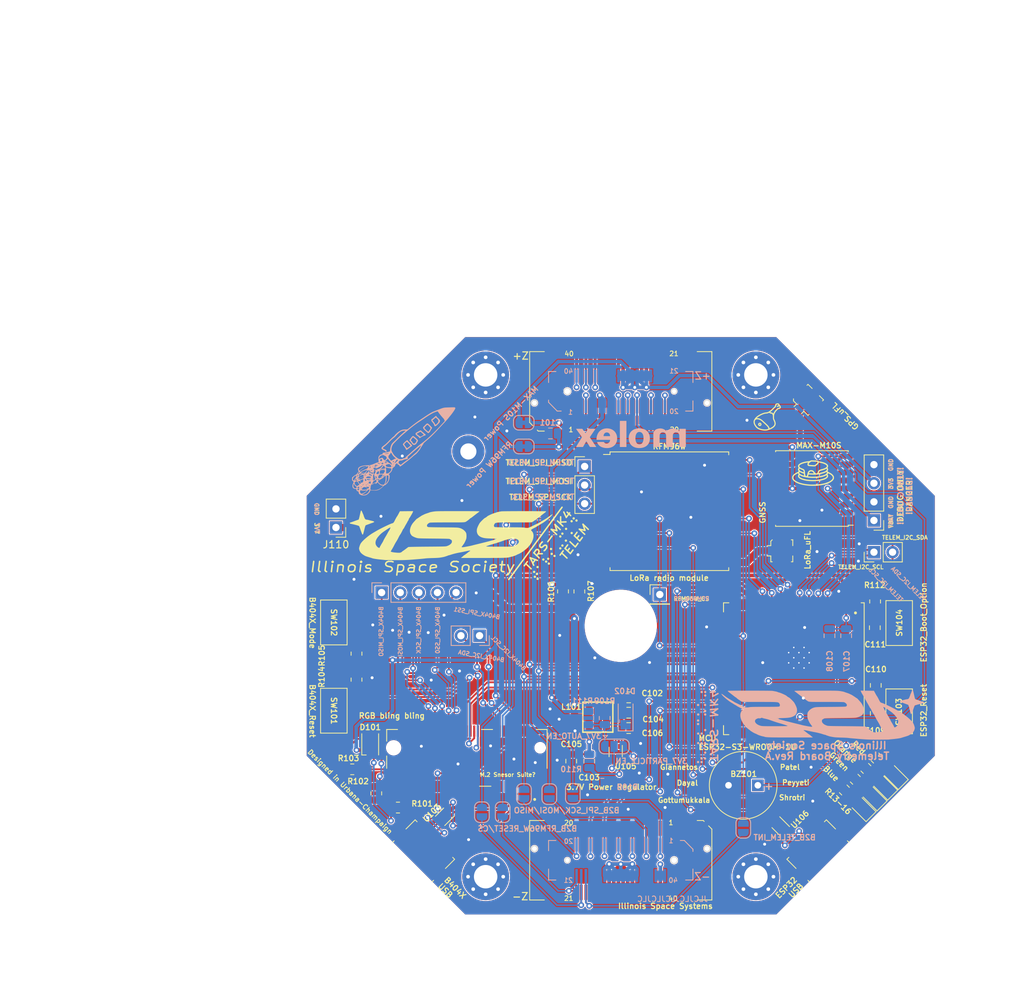
<source format=kicad_pcb>
(kicad_pcb (version 20211014) (generator pcbnew)
  (title_block (title "TARS MK4 Telemetry") (date "2022-12-03") (rev "A") (company "Illinois Space Society") (comment 4 "Contributors: Peter Giannetos, Eisha Peyyeti, Danny Guller, Rishi Patel"))
  (layers (0 "F.Cu" signal) (31 "B.Cu" signal) (34 "B.Paste" user) (35 "F.Paste" user) (36 "B.SilkS" user "B.Silkscreen") (37 "F.SilkS" user "F.Silkscreen") (38 "B.Mask" user) (39 "F.Mask" user) (44 "Edge.Cuts" user))
  (net 0 "")
  (net 1 "Net-(C101-Pad1)")
  (net 2 "GND")
  (net 3 "Net-(D101-Pad2)")
  (net 4 "/LTE_USB_5V")
  (net 5 "/B2B_SERVO_PWM")
  (net 6 "Net-(D101-Pad3)")
  (net 7 "/RESERVED_2")
  (net 8 "/RESERVED_3")
  (net 9 "/RESERVED_4")
  (net 10 "/B2B_UART_TX_PMB")
  (net 11 "/B2B_UART_RX_PMB")
  (net 12 "/3V3")
  (net 13 "/LTE_USB_DP")
  (net 14 "/TEENSY_GPIO_1")
  (net 15 "/LTE_USB_DN")
  (net 16 "/B2B_SPI_SCK")
  (net 17 "/B2B_SPI_MOSI")
  (net 18 "/B2B_I2C_SDA")
  (net 19 "/B2B_I2C_SCL")
  (net 20 "/B2B_UART_TX_TELEM")
  (net 21 "/B2B_UART_RX_TELEM")
  (net 22 "/B2B_SPI_MISO")
  (net 23 "/B2B_RFM96W_RESET")
  (net 24 "/B2B_RFM96W_CS")
  (net 25 "/B2B_RFM96W_INT")
  (net 26 "/5V")
  (net 27 "/Teensy_3V3")
  (net 28 "Net-(D101-Pad4)")
  (net 29 "Net-(D102-Pad1)")
  (net 30 "Net-(D103-Pad2)")
  (net 31 "Net-(D104-Pad2)")
  (net 32 "Net-(D105-Pad2)")
  (net 33 "/PWM_BUZZER")
  (net 34 "/VBAT")
  (net 35 "Net-(D106-Pad2)")
  (net 36 "Net-(J101-Pad1)")
  (net 40 "/TELEM_SPI_MOSI")
  (net 41 "/TELEM_SPI_MISO")
  (net 42 "/TELEM_SPI_SCK")
  (net 43 "/TELEM_I2C_SCL")
  (net 44 "/MAX-M10S_INT")
  (net 45 "/MAX-M10S_RESET")
  (net 46 "/TELEM_I2C_SDA")
  (net 48 "/B404X_I2C_SCL")
  (net 49 "/RESERVED_1")
  (net 50 "/B404X_I2C_SDA")
  (net 51 "/ESP_USB_DN")
  (net 53 "/LED_RED")
  (net 54 "/LED_ORANGE")
  (net 55 "/LED_GREEN")
  (net 56 "/LED_BLUE")
  (net 57 "/RFM96W_CS")
  (net 58 "/RFM96W_RESET")
  (net 59 "/TELEM_INT")
  (net 60 "/UART_TX_PARTICLE")
  (net 61 "/UART_RX_PARTICLE")
  (net 62 "/RFM96W_DIO5")
  (net 63 "/RFM96W_DIO3")
  (net 64 "/RFM96W_DIO4")
  (net 65 "/RFM96W_DIO1")
  (net 66 "/ESP_USB_DP")
  (net 68 "/B404X_Reset")
  (net 72 "/TEENSY_SWITCH")
  (net 73 "/B404X_Mode")
  (net 75 "/RGB_R")
  (net 76 "/GPIO_0")
  (net 77 "/CHIP_PU")
  (net 78 "/RGB_G")
  (net 79 "/RGB_B")
  (net 85 "/3V7_PARTICLE_EN")
  (net 86 "/VBAT_SENSE")
  (net 88 "/B404X_SPI_MISO")
  (net 90 "/B404X_SPI_MOSI")
  (net 92 "/B404X_SPI_SCK")
  (net 110 "Net-(J103-Pad2)")
  (net 111 "Net-(J103-Pad3)")
  (net 113 "Net-(J104-Pad1)")
  (net 114 "Net-(J107-Pad1)")
  (net 115 "Net-(J107-Pad2)")
  (net 116 "Net-(J107-Pad3)")
  (net 118 "/RFM96W_DIO2")
  (net 119 "Net-(JP107-Pad2)")
  (net 120 "Net-(JP109-Pad2)")
  (net 121 "Net-(L101-Pad2)")
  (net 122 "Net-(R108-Pad1)")
  (net 135 "/3V7")
  (net 137 "/B404X_SPI_SS1")
  (net 138 "/B404X_SPI_SS0")
  (footprint "Connector_Coaxial:U.FL_Molex_MCRF_73412-0110_Vertical" (layer "F.Cu") (at 125.56 69.16 -45)
    (fp_text reference "J101" hide)
    (fp_text value "U.FL")
  )
  (footprint "Capacitor_SMD:C_0805_2012Metric" (layer "F.Cu") (at 101.08 111.865)
    (fp_text reference "C104")
    (fp_text value "10uF")
  )
  (footprint "Capacitor_SMD:C_0805_2012Metric" (layer "F.Cu") (at 134.81 111.96 90)
    (fp_text reference "C109")
    (fp_text value "0.1uF")
  )
  (footprint "Connector_PinHeader_2.54mm:PinHeader_1x02_P2.54mm_Vertical" (layer "F.Cu") (at 61.13 86.58 180)
    (fp_text reference "J110")
    (fp_text value "Conn_01x02")
  )
  (footprint "Button_Switch_SMD:SW_SPST_FSMSM" (layer "F.Cu") (at 60.84 111.59 90)
    (fp_text reference "SW101")
    (fp_text value "SW_Push")
  )
  (footprint "Resistor_SMD:R_0805_2012Metric" (layer "F.Cu") (at 133.464655 119.464655 -45)
    (fp_text reference "R114" hide)
    (fp_text value "470")
  )
  (footprint "Connector_USB:USB_Micro-B_Molex_47346-0001" (layer "F.Cu") (at 73.42 130.384986 -45)
    (fp_text reference "J103" hide)
    (fp_text value "USB_B_Micro")
  )
  (footprint "Connector_USB:USB_Micro-B_Molex_47346-0001" (layer "F.Cu") (at 126.58 130.384986 45)
    (fp_text reference "J107" hide)
    (fp_text value "USB_B_Micro")
  )
  (footprint "MountingHole:MountingHole_2.2mm_M2_Pad" (layer "F.Cu") (at 79.2 76.2)
    (fp_text reference "REF**" hide)
    (fp_text value "MountingHole_2.2mm_M2_Pad")
  )
  (footprint "Capacitor_SMD:C_0805_2012Metric" (layer "F.Cu") (at 134.68 100.26 -90)
    (fp_text reference "C111")
    (fp_text value "1uF")
  )
  (footprint "MCU_ESP32:ESP32-S3-WROOM-1U" (layer "F.Cu") (at 123.63 105.86 -90)
    (fp_text reference "U104" hide)
    (fp_text value "ESP32-S3-WROOM-1U")
  )
  (footprint "Connector_Molex_BTB:Molex_SlimStack_2091680401_2x20_P0.635mm" (layer "F.Cu") (at 100 68 180)
    (fp_text reference "J108" hide)
    (fp_text value "Molex_SlimStack_2091680401_2x20_P0.635mm")
    (fp_circle (center -11.78 -1.58) (end -11.38 -1.58) (layer "Edge.Cuts") (width 0.12) (fill none))
    (fp_circle (center 11.78 -1.58) (end 12.18 -1.58) (layer "Edge.Cuts") (width 0.12) (fill none))
  )
  (footprint "Resistor_SMD:R_0805_2012Metric" (layer "F.Cu") (at 134.72 96.68 90)
    (fp_text reference "R112")
    (fp_text value "10K")
  )
  (footprint "Connector_PinHeader_2.54mm:PinHeader_1x02_P2.54mm_Vertical" (layer "F.Cu") (at 134.56 89.95 90)
    (fp_text reference "J115" hide)
    (fp_text value "Conn_01x02")
  )
  (footprint "Connector_PinHeader_2.54mm:PinHeader_1x01_P2.54mm_Vertical" (layer "F.Cu") (at 105.33 95.73)
    (fp_text reference "J116" hide)
    (fp_text value "Conn_01x05")
  )
  (footprint "memes:MK4 braille" (layer "F.Cu") (at 91.11 89.49 53.4)
    (fp_text reference "G***" hide)
    (fp_text value "LOGO" hide)
  )
  (footprint "Capacitor_SMD:C_0805_2012Metric" (layer "F.Cu") (at 93.24 118.47 -90)
    (fp_text reference "C105")
    (fp_text value "22uF")
  )
  (footprint "Capacitor_SMD:C_0805_2012Metric" (layer "F.Cu") (at 101.08 109.77)
    (fp_text reference "C102")
    (fp_text value "10uF")
  )
  (footprint "Resistor_SMD:R_0805_2012Metric" (layer "F.Cu") (at 66.63 122.87 90)
    (fp_text reference "R102")
    (fp_text value "1K")
  )
  (footprint "Resistor_SMD:R_0805_2012Metric" (layer "F.Cu") (at 63.93 107.35 -90)
    (fp_text reference "R104")
    (fp_text value "9K")
  )
  (footprint "Resistor_SMD:R_0805_2012Metric" (layer "F.Cu") (at 134.864765 118.054765 -45)
    (fp_text reference "R113" hide)
    (fp_text value "470")
  )
  (footprint "LED_SMD:LED_0805_2012Metric" (layer "F.Cu") (at 134.474655 123.394655 135)
    (fp_text reference "D105" hide)
    (fp_text value "GREEN LED")
  )
  (footprint "Button_Switch_SMD:SW_SPST_FSMSM" (layer "F.Cu") (at 60.84 99.54 -90)
    (fp_text reference "SW102")
    (fp_text value "SW_Push")
  )
  (footprint "Resistor_SMD:R_0805_2012Metric" (layer "F.Cu") (at 130.525125 122.415125 -45)
    (fp_text reference "R116" hide)
    (fp_text value "470")
  )
  (footprint "Capacitor_SMD:C_0805_2012Metric" (layer "F.Cu") (at 101.08 113.96)
    (fp_text reference "C106")
    (fp_text value "0.1uF")
  )
  (footprint "Connector_Molex_BTB:Molex_SlimStack_2091680401_2x20_P0.635mm" (layer "F.Cu") (at 100 132)
    (fp_text reference "J109" hide)
    (fp_text value "Molex_SlimStack_2091680401_2x20_P0.635mm")
    (fp_circle (center -11.78 -1.58) (end -11.38 -1.58) (layer "Edge.Cuts") (width 0.12) (fill none))
    (fp_circle (center 11.78 -1.58) (end 12.18 -1.58) (layer "Edge.Cuts") (width 0.12) (fill none))
  )
  (footprint "Capacitor_SMD:C_0805_2012Metric" (layer "F.Cu") (at 134.81 108.13 90)
    (fp_text reference "C110")
    (fp_text value "0.1uF")
  )
  (footprint "Resistor_SMD:R_0805_2012Metric" (layer "F.Cu") (at 94.35 95.31 90)
    (fp_text reference "R107")
    (fp_text value "100k")
  )
  (footprint "LED_SMD:LED_0805_2012Metric" (layer "F.Cu") (at 132.972322 124.862322 135)
    (fp_text reference "D106" hide)
    (fp_text value "BLUE LED")
  )
  (footprint "RF_GPS:ublox_MAX" (layer "F.Cu") (at 126.1 81.26 180)
    (fp_text reference "U101" hide)
    (fp_text value "MAX-M10S")
  )
  (footprint "Connector_PinHeader_2.54mm:PinHeader_1x03_P2.54mm_Vertical" (layer "F.Cu") (at 95.07 78.25)
    (fp_text reference "J114" hide)
    (fp_text value "Conn_01x03")
  )
  (footprint "Resistor_SMD:R_0805_2012Metric" (layer "F.Cu") (at 63.35 119.59 180)
    (fp_text reference "R103")
    (fp_text value "1K")
  )
  (footprint "LED_SMD:LED_0805_2012Metric" (layer "F.Cu") (at 135.927087 121.917087 135)
    (fp_text reference "D104" hide)
    (fp_text value "ORANGE LED")
  )
  (footprint "Package_TO_SOT_SMD:SOT-666" (layer "F.Cu") (at 75.9 126.07 -135)
    (fp_text reference "U103")
    (fp_text value "USBLC6-2P6")
  )
  (footprint "LED_SMD:LED_Cree-PLCC4_2x2mm_CW" (layer "F.Cu") (at 65.8 116.18 90)
    (fp_text reference "D101")
    (fp_text value "LED_ABGR")
  )
  (footprint "Connector_M.2:TE_21992304" (layer "F.Cu") (at 79 116.65 180)
    (fp_text reference "J102" hide)
    (fp_text value "B404X")
  )
  (footprint "Button_Switch_SMD:SW_SPST_FSMSM" (layer "F.Cu") (at 138 99.625 -90)
    (fp_text reference "SW104")
    (fp_text value "SW_Push")
  )
  (footprint "Package_TO_SOT_SMD:SOT-666" (layer "F.Cu") (at 121.84 127.48 -45)
    (fp_text reference "U106")
    (fp_text value "USBLC6-2P6")
  )
  (footprint "memes:pancakes" (layer "F.Cu") (at 126.25 79.15)
    (fp_text reference "G***" hide)
    (fp_text value "LOGO" hide)
  )
  (footprint "RF_Module:HOPERF_RFM9XW_SMD" (layer "F.Cu") (at 106.64 84.36)
    (fp_text reference "U102" hide)
    (fp_text value "RFM96W-433S2")
  )
  (footprint "Resistor_SMD:R_0805_2012Metric" (layer "F.Cu") (at 92.12 95.3 -90)
    (fp_text reference "R106")
    (fp_text value "200k")
  )
  (footprint "Package_TO_SOT_SMD:SOT-563" (layer "F.Cu") (at 99.31 117.22 -90)
    (fp_text reference "U105")
    (fp_text value "TI_TPS564247DRLR")
  )
  (footprint "Button_Switch_SMD:SW_SPST_FSMSM" (layer "F.Cu") (at 138 111.675 90)
    (fp_text reference "SW103")
    (fp_text value "SW_Push")
  )
  (footprint "Capacitor_SMD:C_0805_2012Metric" (layer "F.Cu") (at 95.69 118.47 -90)
    (fp_text reference "C103")
    (fp_text value "22uF")
  )
  (footprint "Inductor_WE_MAPI:1.8_74438356018" (layer "F.Cu") (at 96.8496 112.4118)
    (fp_text reference "L101")
    (fp_text value "1.8uH" hide)
  )
  (footprint "Resistor_SMD:R_0805_2012Metric" (layer "F.Cu") (at 63.93 103.8 90)
    (fp_text reference "R105")
    (fp_text value "9K")
  )
  (footprint "Logos_ISS:ISS_LOGO_extreme small" (layer "F.Cu") (at 76.39 87.726764)
    (fp_text reference "G***" hide)
    (fp_text value "LOGO" hide)
  )
  (footprint "LED_SMD:LED_0805_2012Metric" (layer "F.Cu") (at 137.377197 120.477197 135)
    (fp_text reference "D103" hide)
    (fp_text value "RED LED")
  )
  (footprint "memes:ham" (layer "F.Cu") (at 119.99 71.54)
    (fp_text reference "G***" hide)
    (fp_text value "LOGO" hide)
  )
  (footprint "Buzzer_Beeper:MagneticBuzzer_PUI_AT-0927-TT-6-R" (layer "F.Cu") (at 118.71 121.77 180)
    (fp_text reference "BZ101")
    (fp_text value "Buzzer")
  )
  (footprint "Connector_PinHeader_2.54mm:PinHeader_1x04_P2.54mm_Vertical" (layer "F.Cu") (at 134.56 85.62 180)
    (fp_text reference "J111" hide)
    (fp_text value "Conn_01x04")
  )
  (footprint "Connector_Coaxial:U.FL_Molex_MCRF_73412-0110_Vertical" (layer "F.Cu") (at 121.98 89.76 -90)
    (fp_text reference "J104" hide)
    (fp_text value "U.FL")
  )
  (footprint "Resistor_SMD:R_0805_2012Metric" (layer "F.Cu") (at 69.59 124.81 180)
    (fp_text reference "R101")
    (fp_text value "1K")
  )
  (footprint "Resistor_SMD:R_0805_2012Metric" (layer "F.Cu") (at 132.01989 120.94989 -45)
    (fp_text reference "R115" hide)
    (fp_text value "470")
  )
  (footprint "Resistor_SMD:R_0805_2012Metric" (layer "B.Cu") (at 95.565 112.5925 90)
    (fp_text reference "R111")
    (fp_text value "20k")
  )
  (footprint "Jumper:SolderJumper-3_P1.3mm_Open_RoundedPad1.0x1.5mm" (layer "B.Cu") (at 99.09 116.47)
    (fp_text reference "JP109" hide)
    (fp_text value "SolderJumper_3_Open" hide)
  )
  (footprint "Logos_ISS:MOLEX" (layer "B.Cu") (at 101.38 73.89 180)
    (fp_text reference "G***" hide)
    (fp_text value "LOGO" hide)
  )
  (footprint "Jumper:SolderJumper-2_P1.3mm_Open_RoundedPad1.0x1.5mm" (layer "B.Cu") (at 116.73 127.58 -90)
    (fp_text reference "JP108" hide)
    (fp_text value "SolderJumper_2_Open")
  )
  (footprint "Diode_SMD:D_SMF" (layer "B.Cu") (at 100.665 112.06 90)
    (fp_text reference "D102")
    (fp_text value " PTZTFTE255.1B")
  )
  (footprint "Jumper:SolderJumper-2_P1.3mm_Bridged_RoundedPad1.0x1.5mm" (layer "B.Cu") (at 86.76 75.52)
    (fp_text reference "JP106" hide)
    (fp_text value "Jumper_NC_Small")
  )
  (footprint "Jumper:SolderJumper-2_P1.3mm_Bridged_RoundedPad1.0x1.5mm" (layer "B.Cu") (at 86.76 72.28)
    (fp_text reference "JP107" hide)
    (fp_text value "Jumper_NC_Small")
  )
  (footprint "Capacitor_SMD:C_0805_2012Metric" (layer "B.Cu") (at 130.77 101.36 -90)
    (fp_text reference "C107")
    (fp_text value "22uF")
  )
  (footprint "Jumper:SolderJumper-2_P1.3mm_Open_RoundedPad1.0x1.5mm" (layer "B.Cu") (at 81.05 125.44 90)
    (fp_text reference "JP102" hide)
    (fp_text value "SolderJumper_2_Open")
  )
  (footprint "Jumper:SolderJumper-2_P1.3mm_Open_RoundedPad1.0x1.5mm" (layer "B.Cu") (at 86.79 122.96 90)
    (fp_text reference "JP103" hide)
    (fp_text value "SolderJumper_2_Open")
  )
  (footprint "Connector_PinHeader_2.54mm:PinHeader_1x02_P2.54mm_Vertical" (layer "B.Cu") (at 80.725 101.35 90)
    (fp_text reference "J106" hide)
    (fp_text value "Conn_01x02")
  )
  (footprint "Capacitor_SMD:C_0805_2012Metric" (layer "B.Cu") (at 128.49 101.36 -90)
    (fp_text reference "C108")
    (fp_text value "0.1uF")
  )
  (footprint "Jumper:SolderJumper-2_P1.3mm_Open_RoundedPad1.0x1.5mm" (layer "B.Cu") (at 83.88 125.44 90)
    (fp_text reference "JP101" hide)
    (fp_text value "SolderJumper_2_Open")
  )
  (footprint "Connector_PinHeader_2.54mm:PinHeader_1x05_P2.54mm_Vertical" (layer "B.Cu") (at 67.36 95.46 -90)
    (fp_text reference "J105" hide)
    (fp_text value "Conn_01x04")
  )
  (footprint "memes:eisha_rocket" (layer "B.Cu") (at 70.35 75.9 180)
    (fp_text reference "G***" hide)
    (fp_text value "LOGO" hide)
  )
  (footprint "MountingHole:MountingHole_3.2mm_M3_Pad_Via" (layer "B.Cu") (at 118.442536 134.247282 180)
    (fp_text reference "REF**" hide)
    (fp_text value "MountingHole_3.2mm_M3_Pad_Via")
  )
  (footprint "Resistor_SMD:R_0805_2012Metric" (layer "B.Cu") (at 95.71 118.46 90)
    (fp_text reference "R110")
    (fp_text value "155k")
  )
  (footprint "MountingHole:MountingHole_3.2mm_M3_Pad_Via" (layer "B.Cu") (at 81.557464 134.247282 180)
    (fp_text reference "REF**" hide)
    (fp_text value "MountingHole_3.2mm_M3_Pad_Via")
  )
  (footprint "memes:MK4 braille" (layer "B.Cu") (at 111.029989 113.839676 90)
    (fp_text reference "G***" hide)
    (fp_text value "LOGO" hide)
  )
  (footprint "Connector_Molex_BTB:Molex_SlimStack_Plug_2x20_P0.365mm" (layer "B.Cu") (at 100 67.99)
    (fp_text reference "J112" hide)
    (fp_text value "Molex_SlimStack_Plug_2x20_P0.365mm")
    (fp_circle (center -7.285 0) (end -6.835 0) (layer "Edge.Cuts") (width 0.1) (fill none))
    (fp_circle (center 7.285 0) (end 7.635 0) (layer "Edge.Cuts") (width 0.1) (fill none))
  )
  (footprint "Resistor_SMD:R_0805_2012Metric" (layer "B.Cu") (at 97.805 112.5925 90)
    (fp_text reference "R109")
    (fp_text value "30k")
  )
  (footprint "Capacitor_SMD:C_0805_2012Metric" (layer "B.Cu") (at 90.4 73.74 180)
    (fp_text reference "C101")
    (fp_text value "10uF")
  )
  (footprint "MountingHole:MountingHole_3.2mm_M3_Pad_Via" (layer "B.Cu") (at 81.557464 65.752718 180)
    (fp_text reference "REF**" hide)
    (fp_text value "MountingHole_3.2mm_M3_Pad_Via" hide)
  )
  (footprint "Jumper:SolderJumper-2_P1.3mm_Open_RoundedPad1.0x1.5mm" (layer "B.Cu") (at 93.46 122.93 90)
    (fp_text reference "JP105" hide)
    (fp_text value "SolderJumper_2_Open")
  )
  (footprint "MountingHole:MountingHole_3.2mm_M3_Pad_Via" (layer "B.Cu") (at 118.442536 65.752718 180)
    (fp_text reference "REF**" hide)
    (fp_text value "MountingHole_3.2mm_M3_Pad_Via" hide)
  )
  (footprint "Connector_Molex_BTB:Molex_SlimStack_Plug_2x20_P0.365mm" (layer "B.Cu") (at 100 132 180)
    (fp_text reference "J113" hide)
    (fp_text value "Molex_SlimStack_Plug_2x20_P0.365mm")
    (fp_circle (center -7.285 0) (end -6.835 0) (layer "Edge.Cuts") (width 0.1) (fill none))
    (fp_circle (center 7.285 0) (end 7.635 0) (layer "Edge.Cuts") (width 0.1) (fill none))
  )
  (footprint "Logos_ISS:ISS_LOGO_extreme small" (layer "B.Cu") (at 128.024121 112.231764 180)
    (fp_text reference "G***" hide)
    (fp_text value "LOGO" hide)
  )
  (footprint "Resistor_SMD:R_0805_2012Metric" (layer "B.Cu") (at 97.48 121.56)
    (fp_text reference "R108")
    (fp_text value "30k")
  )
  (footprint "Jumper:SolderJumper-2_P1.3mm_Open_RoundedPad1.0x1.5mm" (layer "B.Cu") (at 90.25 122.97 90)
    (fp_text reference "JP104" hide)
    (fp_text value "SolderJumper_2_Open")
  )
  (gr_line (start 91.98875 83.815) (end 84.71 93.68) (layer "F.SilkS") (width 0.2))
  (gr_line locked (start 78.712663 60.47) (end 57.011885 82.19374) (layer "Edge.Cuts") (width 0.01))
  (gr_circle locked (center 100 100) (end 104.8125 100) (layer "Edge.Cuts") (width 0.01) (fill none))
  (gr_line locked (start 121.287337 139.53) (end 142.988115 117.80626) (layer "Edge.Cuts") (width 0.01))
  (gr_line locked (start 121.287337 139.53) (end 78.712663 139.53) (layer "Edge.Cuts") (width 0.01))
  (gr_line locked (start 142.988115 82.19374) (end 121.287337 60.47) (layer "Edge.Cuts") (width 0.01))
  (gr_line locked (start 142.988115 117.80626) (end 142.988115 82.19374) (layer "Edge.Cuts") (width 0.01))
  (gr_line locked (start 57.011885 82.19374) (end 57.011885 117.80626) (layer "Edge.Cuts") (width 0.01))
  (gr_line locked (start 57.011885 117.80626) (end 78.712663 139.53) (layer "Edge.Cuts") (width 0.01))
  (gr_line locked (start 121.287337 60.47) (end 78.712663 60.47) (layer "Edge.Cuts") (width 0.01))
  (gr_text "21" (at 107.25 65.22) (layer "B.SilkS") (effects (font (size 0.65 0.65) (thickness 0.12)) (justify mirror)))
  (gr_text "40" (at 92.86 65.25) (layer "B.SilkS") (effects (font (size 0.65 0.65) (thickness 0.12)) (justify mirror)))
  (gr_text "B404X_SPI_MOSI" (at 69.93 100.81 -270) (layer "B.SilkS") (effects (font (size 0.55 0.55) (thickness 0.12)) (justify mirror)))
  (gr_text "+Z" (at 111.2 65.87) (layer "B.SilkS") (effects (font (size 1 1)) (justify mirror)))
  (gr_text "B404X_SPI_SCK" (at 72.42 100.6 -270) (layer "B.SilkS") (effects (font (size 0.55 0.55) (thickness 0.12)) (justify mirror)))
  (gr_text "RFM96W Power" (at 82.05 78.01 45) (layer "B.SilkS") (effects (font (size 0.75 0.75)) (justify mirror)))
  (gr_text "RFM96W_CS" (at 109.67 96.31) (layer "B.SilkS") (effects (font (size 0.55 0.55) (thickness 0.12)) (justify mirror)))
  (gr_text "3V7_AUTO_EN" (at 93.61 115.06) (layer "B.SilkS") (effects (font (size 0.75 0.75)) (justify mirror)))
  (gr_text "GND" (at 136.84 83.15 90) (layer "B.SilkS") (effects (font (size 0.55 0.55) (thickness 0.12)) (justify mirror)))
  (gr_text "1" (at 93.13 70.84) (layer "B.SilkS") (effects (font (size 0.65 0.65) (thickness 0.12)) (justify mirror)))
  (gr_text "20" (at 107.27 70.74) (layer "B.SilkS") (effects (font (size 0.65 0.65) (thickness 0.12)) (justify mirror)))
  (gr_text "B404X_SPI_MISO" (at 67.29 100.77 -270) (layer "B.SilkS") (effects (font (size 0.55 0.55) (thickness 0.12)) (justify mirror)))
  (gr_text "GND" (at 136.84 78.03 90) (layer "B.SilkS") (effects (font (size 0.55 0.55) (thickness 0.12)) (justify mirror)))
  (gr_text "TELEM_I2C_SCL" (at 136.2 94.41 315) (layer "B.SilkS") (effects (font (size 0.55 0.55) (thickness 0.12)) (justify mirror)))
  (gr_text "B2B_TELEM_INT" (at 122.37 128.89) (layer "B.SilkS") (effects (font (size 0.75 0.75)) (justify mirror)))
  (gr_text "40" (at 107.16 134.74) (layer "B.SilkS") (effects (font (size 0.65 0.65) (thickness 0.12)) (justify mirror)))
  (gr_text "JLCJLCJLCJLCJLC" (at 107.07 137.29) (layer "B.SilkS") (effects (font (size 0.75 0.75) (thickness 0.12)) (justify mirror)))
  (gr_text "!DEBUG ONLY!\n!DANGER!" (at 138.82 82.27 90) (layer "B.SilkS") (effects (font (size 0.75 0.75)) (justify mirror)))
  (gr_text "B2B_SPI_SCK/MOSI/MISO" (at 92.62 125.2) (layer "B.SilkS") (effects (font (size 0.75 0.75)) (justify mirror)))
  (gr_text "-Z" (at 111.14 134.23) (layer "B.SilkS") (effects (font (size 1 1)) (justify mirror)))
  (gr_text "20\n" (at 92.87 129.42) (layer "B.SilkS") (effects (font (size 0.65 0.65) (thickness 0.12)) (justify mirror)))
  (gr_text "+" (at 120.22 122.01 180) (layer "B.SilkS") (effects (font (size 1 1)) (justify mirror)))
  (gr_text "MAX-M10S Power" (at 85.01 71.02 45) (layer "B.SilkS") (effects (font (size 0.75 0.75)) (justify mirror)))
  (gr_text "VBAT" (at 136.84 85.71 90) (layer "B.SilkS") (effects (font (size 0.55 0.55) (thickness 0.12)) (justify mirror)))
  (gr_text "B404X_I2C_SCL" (at 84.68 103.74 -45) (layer "B.SilkS") (effects (font (size 0.55 0.55) (thickness 0.12)) (justify mirror)))
  (gr_text "B404X_I2C_SDA" (at 80.96 104.14 -10) (layer "B.SilkS") (effects (font (size 0.55 0.55) (thickness 0.12)) (justify mirror)))
  (gr_text "TELEM_SPI_MOSI" (at 89.13 80.25) (layer "B.SilkS") (effects (font (size 0.75 0.75)) (justify mirror)))
  (gr_text "TELEM_I2C_SDA" (at 139.23 94.27 315) (layer "B.SilkS") (effects (font (size 0.55 0.55) (thickness 0.12)) (justify mirror)))
  (gr_text "Telemetry Board Rev.A" (at 128.169121 117.786764) (layer "B.SilkS") (effects (font (size 1 1) (thickness 0.2)) (justify mirror)))
  (gr_text "TELEM_SPI_MISO" (at 89.13 77.71) (layer "B.SilkS") (effects (font (size 0.75 0.75)) (justify mirror)))
  (gr_text "3V7_PARTICLE_EN" (at 104.2 118.48) (layer "B.SilkS") (effects (font (size 0.75 0.75)) (justify mirror)))
  (gr_text "GND" (at 58.47 84.08 -90) (layer "B.SilkS") (effects (font (size 0.55 0.55) (thickness 0.12)) (justify mirror)))
  (gr_text "3V7\n" (at 58.6 86.7 -90) (layer "B.SilkS") (effects (font (size 0.55 0.55) (thickness 0.12)) (justify mirror)))
  (gr_text "B404X_SPI_SS0" (at 75.01 100.6 -270) (layer "B.SilkS") (effects (font (size 0.55 0.55) (thickness 0.12)) (justify mirror)))
  (gr_text "Illinois Space Society" (at 128.024121 116.341764) (layer "B.SilkS") (effects (font (size 1 1) (thickness 0.2)) (justify mirror)))
  (gr_text "TELEM_SPI_SCK" (at 89.38 82.42) (layer "B.SilkS") (effects (font (size 0.75 0.75)) (justify mirror)))
  (gr_text "TARS-MK4" (at 112.679121 113.656764 270) (layer "B.SilkS") (effects (font (size 1 1.25) (thickness 0.2) italic) (justify mirror)))
  (gr_text "1" (at 106.86 129.34) (layer "B.SilkS") (effects (font (size 0.65 0.65) (thickness 0.12)) (justify mirror)))
  (gr_text "B2B_RFM96W_RESET/CS" (at 87.26 127.69) (layer "B.SilkS") (effects (font (size 0.75 0.75)) (justify mirror)))
  (gr_text "3V3\n" (at 136.84 80.59 90) (layer "B.SilkS") (effects (font (size 0.55 0.55) (thickness 0.12)) (justify mirror)))
  (gr_text "21" (at 92.84 134.74) (layer "B.SilkS") (effects (font (size 0.65 0.65) (thickness 0.12)) (justify mirror)))
  (gr_text "B404X_SPI_SS1" (at 80.35 98.28 -10) (layer "B.SilkS") (effects (font (size 0.55 0.55) (thickness 0.12)) (justify mirror)))
  (gr_text "B404X\nUSB" (at 75.62 134.86 315) (layer "F.SilkS") (effects (font (size 0.75 0.75)) (justify left)))
  (gr_text "Blue" (at 127.78 119.23 315) (layer "F.SilkS") (effects (font (size 0.75 0.75)) (justify left)))
  (gr_text "GND" (at 136.89 78.03 90) (layer "F.SilkS") (effects (font (size 0.55 0.55) (thickness 0.12))))
  (gr_text "GND" (at 58.5 84.07 270) (layer "F.SilkS") (effects (font (size 0.55 0.55) (thickness 0.12))))
  (gr_text "Gottumukkala" (at 108.65 123.8) (layer "F.SilkS") (effects (font (size 0.7 0.7))))
  (gr_text "Patel" (at 123.1 119.3) (layer "F.SilkS") (effects (font (size 0.7 0.7))))
  (gr_text "ESP32_Reset" (at 141.36 111.56 90) (layer "F.SilkS") (effects (font (size 0.75 0.75))))
  (gr_text "Illinois Space Systems" (at 106.1 138.26) (layer "F.SilkS") (effects (font (size 0.75 0.75))))
  (gr_text "ESP32_Boot_Option" (at 141.36 99.53 90) (layer "F.SilkS") (effects (font (size 0.75 0.75))))
  (gr_text "TELEM_SPI_MOSI" (at 88.81 80.28) (layer "F.SilkS") (effects (font (size 0.75 0.75))))
  (gr_text "21" (at 92.9 137.21) (layer "F.SilkS") (effects (font (size 0.65 0.65) (thickness 0.12))))
  (gr_text "3.7V Power Regulator" (at 98.72 122.01) (layer "F.SilkS") (effects (font (size 0.75 0.75))))
  (gr_text "GPS_uFL" (at 130.64 71.38 135) (layer "F.SilkS") (effects (font (size 0.75 0.75))))
  (gr_text "3V3\n" (at 136.89 80.59 90) (layer "F.SilkS") (effects (font (size 0.55 0.55) (thickness 0.12))))
  (gr_text "TELEM" (at 93.704375 88.5925 53.4) (layer "F.SilkS") (effects (font (size 1 1.25) (thickness 0.2) italic)))
  (gr_text "B404X_Reset" (at 57.91 111.62 270) (layer "F.SilkS") (effects (font (size 0.75 0.75))))
  (gr_text "Peyyeti" (at 123.9 121.4) (layer "F.SilkS") (effects (font (size 0.7 0.7))))
  (gr_text "-Z" (at 86.28 136.95) (layer "F.SilkS") (effects (font (size 1 1))))
  (gr_text "20" (at 107.32 73.22) (layer "F.SilkS") (effects (font (size 0.65 0.65) (thickness 0.12))))
  (gr_text "GNSS" (at 119.36 84.53 90) (layer "F.SilkS") (effects (font (size 0.75 0.75))))
  (gr_text "TELEM_I2C_SDA" (at 138.78 87.95) (layer "F.SilkS") (effects (font (size 0.55 0.55) (thickness 0.12))))
  (gr_text "ESP32\nUSB" (at 124.36 134.84 45) (layer "F.SilkS") (effects (font (size 0.75 0.75)) (justify right)))
  (gr_text "Green" (at 128.61 117.34 315) (layer "F.SilkS") (effects (font (size 0.75 0.75)) (justify left)))
  (gr_text "LoRa radio module" (at 106.6 93.47) (layer "F.SilkS") (effects (font (size 0.75 0.75))))
  (gr_text "!DEBUG ONLY!\n!DANGER!" (at 138.78 82.28 90) (layer "F.SilkS") (effects (font (size 0.75 0.75))))
  (gr_text "40" (at 107.12 137.23) (layer "F.SilkS") (effects (font (size 0.65 0.65) (thickness 0.12))))
  (gr_text "MAX-M10S" (at 127.05 75.38) (layer "F.SilkS") (effects (font (size 0.75 0.75))))
  (gr_text "Shrotri" (at 123.4 123.45) (layer "F.SilkS") (effects (font (size 0.7 0.7))))
  (gr_text "Dayal" (at 109.1 121.45) (layer "F.SilkS") (effects (font (size 0.7 0.7))))
  (gr_text "TELEM_SPI_SCK" (at 89.06 82.45) (layer "F.SilkS") (effects (font (size 0.75 0.75))))
  (gr_text "Giannetos" (at 107.95 119.3) (layer "F.SilkS") (effects (font (size 0.7 0.7))))
  (gr_text "MCU\nESP32-S3-WROOM-1U" (at 110.54 115.95) (layer "F.SilkS") (effects (font (size 0.75 0.75)) (justify left)))
  (gr_text "TELEM_I2C_SCL" (at 132.77 91.98) (layer "F.SilkS") (effects (font (size 0.55 0.55) (thickness 0.12))))
  (gr_text "Red" (at 131.66 115.85 315) (layer "F.SilkS") (effects (font (size 0.75 0.75)) (justify left)))
  (gr_text "Orange" (at 129.2 115.69 315) (layer "F.SilkS") (effects (font (size 0.75 0.75)) (justify left)))
  (gr_text "1" (at 93.2 73.23) (layer "F.SilkS") (effects (font (size 0.65 0.65) (thickness 0.12))))
  (gr_text "TELEM_SPI_MISO" (at 88.81 77.74) (layer "F.SilkS") (effects (font (size 0.75 0.75))))
  (gr_text "B404X_Mode" (at 57.91 99.59 270) (layer "F.SilkS") (effects (font (size 0.75 0.75))))
  (gr_text "RFM96W_CS" (at 109.65 96.32) (layer "F.SilkS") (effects (font (size 0.55 0.55) (thickness 0.12))))
  (gr_text "TARS-MK4" (at 90.07 88.36 53.4) (layer "F.SilkS") (effects (font (size 1 1.25) (thickness 0.2) italic)))
  (gr_text "M.2 Snesor Suite?" (at 84.58 120.33) (layer "F.SilkS") (effects (font (size 0.55 0.55) (thickness 0.12))))
  (gr_text "1" (at 106.85 126.87) (layer "F.SilkS") (effects (font (size 0.65 0.65) (thickness 0.12))))
  (gr_text "3V7\n" (at 58.49 86.69 270) (layer "F.SilkS") (effects (font (size 0.55 0.55) (thickness 0.12))))
  (gr_text "+Z" (at 86.34 63.15) (layer "F.SilkS") (effects (font (size 1 1))))
  (gr_text "21" (at 107.26 62.85) (layer "F.SilkS") (effects (font (size 0.65 0.65) (thickness 0.12))))
  (gr_text "Illinois Space Society" (at 71.52 91.97) (layer "F.SilkS") (effects (font (size 1.4 1.7) (thickness 0.2) italic)))
  (gr_text "R13-16" (at 127.99 122.29 315) (layer "F.SilkS") (effects (font (size 0.75 0.75)) (justify left)))
  (gr_text "RFM96W" (at 106.65 75.52) (layer "F.SilkS") (effects (font (size 0.75 0.75))))
  (gr_text "VBAT" (at 136.89 85.71 90) (layer "F.SilkS") (effects (font (size 0.55 0.55) (thickness 0.12))))
  (gr_text "20" (at 92.9 126.89) (layer "F.SilkS") (effects (font (size 0.65 0.65) (thickness 0.12))))
  (gr_text "LoRa_uFL" (at 125.5 89.68 90) (layer "F.SilkS") (effects (font (size 0.75 0.75))))
  (gr_text "GND" (at 136.89 83.15 90) (layer "F.SilkS") (effects (font (size 0.55 0.55) (thickness 0.12))))
  (gr_text "40" (at 92.95 62.87) (layer "F.SilkS") (effects (font (size 0.65 0.65) (thickness 0.12))))
  (gr_text "RGB bling bling" (at 64.17 112.28) (layer "F.SilkS") (effects (font (size 0.75 0.75)) (justify left)))
  (gr_text "Designed in Urbana-Champaign" (at 63.05 122.66 -45) (layer "F.SilkS") (effects (font (size 0.65 0.65) (thickness 0.13))))
  (segment (start 91.55 75.55) (end 104.57 75.55) (width 0.5) (layer "F.Cu") (net 1))
  (segment (start 112.38 83.36) (end 114.64 83.36) (width 0.5) (layer "F.Cu") (net 1))
  (segment (start 104.57 75.55) (end 112.38 83.36) (width 0.5) (layer "F.Cu") (net 1))
  (segment (start 91.54 75.56) (end 91.55 75.55) (width 0.5) (layer "F.Cu") (net 1))
  (via (at 91.54 75.56) (size 0.8) (drill 0.4) (layers "F.Cu" "B.Cu") (net 1))
  (segment (start 91.54 73.93) (end 91.54 75.56) (width 0.5) (layer "B.Cu") (net 1))
  (segment (start 87.45 75.56) (end 91.54 75.56) (width 0.5) (layer "B.Cu") (net 1))
  (via (at 70.18 76.82) (size 0.8) (drill 0.4) (layers "F.Cu" "B.Cu") (net 2))
  (via (at 66.06 107.09) (size 0.8) (drill 0.4) (layers "F.Cu" "B.Cu") (net 2))
  (via (at 85.42 118.19) (size 0.8) (drill 0.4) (layers "F.Cu" "B.Cu") (net 2))
  (via (at 102.53 120.1) (size 0.8) (drill 0.4) (layers "F.Cu" "B.Cu") (net 2))
  (via (at 129.76 95.29) (size 0.8) (drill 0.4) (layers "F.Cu" "B.Cu") (net 2))
  (via (at 80.27 95.51) (size 0.8) (drill 0.4) (layers "F.Cu" "B.Cu") (net 2))
  (via (at 106.05 124.8) (size 0.8) (drill 0.4) (layers "F.Cu" "B.Cu") (net 2))
  (via (at 68.86 100.61) (size 0.8) (drill 0.4) (layers "F.Cu" "B.Cu") (net 2))
  (via (at 124.45 85.64) (size 0.8) (drill 0.4) (layers "F.Cu" "B.Cu") (net 2))
  (via (at 124.92 109.86) (size 0.8) (drill 0.4) (layers "F.Cu" "B.Cu") (net 2))
  (via (at 126.21 123.93) (size 0.8) (drill 0.4) (layers "F.Cu" "B.Cu") (net 2))
  (via (at 96.46 104.37) (size 0.8) (drill 0.4) (layers "F.Cu" "B.Cu") (net 2))
  (via (at 71.11 100.88) (size 0.8) (drill 0.4) (layers "F.Cu" "B.Cu") (net 2))
  (via (at 125.1 100.23) (size 0.8) (drill 0.4) (layers "F.Cu" "B.Cu") (net 2))
  (via (at 132.44 91.17) (size 0.8) (drill 0.4) (layers "F.Cu" "B.Cu") (net 2))
  (via (at 63.59 93.65) (size 0.8) (drill 0.4) (layers "F.Cu" "B.Cu") (net 2))
  (via (at 119.38 105.03) (size 0.8) (drill 0.4) (layers "F.Cu" "B.Cu") (net 2))
  (via (at 84.45 73.4) (size 0.8) (drill 0.4) (layers "F.Cu" "B.Cu") (net 2))
  (via (at 125.98 119.3) (size 0.8) (drill 0.4) (layers "F.Cu" "B.Cu") (net 2))
  (via (at 91.67 101.31) (size 0.8) (drill 0.4) (layers "F.Cu" "B.Cu") (net 2))
  (via (at 78.32 82.9) (size 0.8) (drill 0.4) (layers "F.Cu" "B.Cu") (net 2))
  (via (at 119.64 129.81) (size 0.8) (drill 0.4) (layers "F.Cu" "B.Cu") (net 2))
  (via (at 66.15 99.88) (size 0.8) (drill 0.4) (layers "F.Cu" "B.Cu") (net 2))
  (via (at 77.99 106.17) (size 0.8) (drill 0.4) (layers "F.Cu" "B.Cu") (net 2))
  (via (at 111.44 78.08) (size 0.8) (drill 0.4) (layers "F.Cu" "B.Cu") (net 2))
  (via (at 101.02 125.04) (size 0.8) (drill 0.4) (layers "F.Cu" "B.Cu") (net 2))
  (via (at 109.57 85.19) (size 0.8) (drill 0.4) (layers "F.Cu" "B.Cu") (net 2))
  (via (at 102.83 81.72) (size 0.8) (drill 0.4) (layers "F.Cu" "B.Cu") (net 2))
  (via (at 91.32 118.34) (size 0.8) (drill 0.4) (layers "F.Cu" "B.Cu") (net 2))
  (via (at 96.06 94.23) (size 0.8) (drill 0.4) (layers "F.Cu" "B.Cu") (net 2))
  (via (at 111.72 100.15) (size 0.8) (drill 0.4) (layers "F.Cu" "B.Cu") (net 2))
  (via (at 74.13 107.41) (size 0.8) (drill 0.4) (layers "F.Cu" "B.Cu") (net 2))
  (via (at 95.47 123.07) (size 0.8) (drill 0.4) (layers "F.Cu" "B.Cu") (net 2))
  (via (at 126.79 89.87) (size 0.8) (drill 0.4) (layers "F.Cu" "B.Cu") (net 2))
  (via (at 75.88 98.54) (size 0.8) (drill 0.4) (layers "F.Cu" "B.Cu") (net 2))
  (via (at 77.79 118.86) (size 0.8) (drill 0.4) (layers "F.Cu" "B.Cu") (net 2))
  (via (at 103.93 105.01) (size 0.8) (drill 0.4) (layers "F.Cu" "B.Cu") (net 2))
  (via (at 79.23 129.19) (size 0.8) (drill 0.4) (layers "F.Cu" "B.Cu") (net 2))
  (via (at 93.76 114.34) (size 0.8) (drill 0.4) (layers "F.Cu" "B.Cu") (net 2))
  (via (at 117.23 71.94) (size 0.8) (drill 0.4) (layers "F.Cu" "B.Cu") (net 2))
  (via (at 94.17 90.3) (size 0.8) (drill 0.4) (layers "F.Cu" "B.Cu") (net 2))
  (via (at 88.33 118.67) (size 0.8) (drill 0.4) (layers "F.Cu" "B.Cu") (net 2))
  (via (at 72.78 116.44) (size 0.8) (drill 0.4) (layers "F.Cu" "B.Cu") (net 2))
  (via (at 127.46 84.21) (size 0.8) (drill 0.4) (layers "F.Cu" "B.Cu") (net 2))
  (via (at 67.27 85.05) (size 0.8) (drill 0.4) (layers "F.Cu" "B.Cu") (net 2))
  (via (at 106.43 120.25) (size 0.8) (drill 0.4) (layers "F.Cu" "B.Cu") (net 2))
  (via (at 102.71 116.06) (size 0.8) (drill 0.4) (layers "F.Cu" "B.Cu") (net 2))
  (via (at 73.72 100.93) (size 0.8) (drill 0.4) (layers "F.Cu" "B.Cu") (net 2))
  (via (at 80.09 71.5) (size 0.8) (drill 0.4) (layers "F.Cu" "B.Cu") (net 2))
  (via (at 132.55 88.81) (size 0.8) (drill 0.4) (layers "F.Cu" "B.Cu") (net 2))
  (via (at 91.59 112.75) (size 0.8) (drill 0.4) (layers "F.Cu" "B.Cu") (net 2))
  (via (at 90.35 111.35) (size 0.8) (drill 0.4) (layers "F.Cu" "B.Cu") (net 2))
  (via (at 82.23 116.39) (size 0.8) (drill 0.4) (layers "F.Cu" "B.Cu") (net 2))
  (segment (start 62.4375 119.59) (end 62.4375 118.4325) (width 0.25) (layer "F.Cu") (net 3))
  (segment (start 64.01 115.43) (end 65.25 115.43) (width 0.25) (layer "F.Cu") (net 3))
  (segment (start 63.12 117.75) (end 63.12 116.32) (width 0.25) (layer "F.Cu") (net 3))
  (segment (start 62.4375 118.4325) (end 63.12 117.75) (width 0.25) (layer "F.Cu") (net 3))
  (segment (start 63.12 116.32) (end 64.01 115.43) (width 0.25) (layer "F.Cu") (net 3))
  (segment (start 75.61 125.58) (end 74.99 124.96) (width 0.25) (layer "F.Cu") (net 4))
  (segment (start 75.245926 126.724074) (end 75.61 126.36) (width 0.25) (layer "F.Cu") (net 4))
  (segment (start 73.536629 128.433371) (end 75.245926 126.724074) (width 0.25) (layer "F.Cu") (net 4))
  (segment (start 80.62 120.12) (end 75 120.12) (width 0.25) (layer "F.Cu") (net 4))
  (segment (start 84.5 116.24) (end 80.62 120.12) (width 0.25) (layer "F.Cu") (net 4))
  (segment (start 84.5 114.375) (end 84.5 116.24) (width 0.25) (layer "F.Cu") (net 4))
  (segment (start 75.61 126.36) (end 75.61 125.58) (width 0.25) (layer "F.Cu") (net 4))
  (via (at 75 120.12) (size 0.8) (drill 0.4) (layers "F.Cu" "B.Cu") (net 4))
  (via (at 74.99 124.96) (size 0.8) (drill 0.4) (layers "F.Cu" "B.Cu") (net 4))
  (segment (start 75 124.95) (end 74.99 124.96) (width 0.25) (layer "B.Cu") (net 4))
  (segment (start 75 120.12) (end 75 124.95) (width 0.25) (layer "B.Cu") (net 4))
  (segment (start 95.24 68.53) (end 95.2375 68.5325) (width 0.25) (layer "F.Cu") (net 5))
  (segment (start 95.2375 68.5325) (end 95.2375 72.375) (width 0.25) (layer "F.Cu") (net 5))
  (via (at 95.24 68.53) (size 0.8) (drill 0.4) (layers "F.Cu" "B.Cu") (net 5))
  (segment (start 95.24 68.53) (end 95.24 70.0875) (width 0.25) (layer "B.Cu") (net 5))
  (segment (start 67.32 118.35) (end 67.49 118.18) (width 0.25) (layer "F.Cu") (net 6))
  (segment (start 67.49 115.64) (end 67.28 115.43) (width 0.25) (layer "F.Cu") (net 6))
  (segment (start 67.32 118.81) (end 67.32 118.35) (width 0.25) (layer "F.Cu") (net 6))
  (segment (start 67.12 121.4675) (end 66.63 121.9575) (width 0.25) (layer "F.Cu") (net 6))
  (segment (start 67.49 118.18) (end 67.49 115.64) (width 0.25) (layer "F.Cu") (net 6))
  (segment (start 67.12 120.54) (end 67.12 121.4675) (width 0.25) (layer "F.Cu") (net 6))
  (segment (start 67.28 115.43) (end 66.35 115.43) (width 0.25) (layer "F.Cu") (net 6))
  (via (at 67.32 118.81) (size 0.8) (drill 0.4) (layers "F.Cu" "B.Cu") (net 6))
  (via (at 67.12 120.54) (size 0.8) (drill 0.4) (layers "F.Cu" "B.Cu") (net 6))
  (segment (start 67.32 120.34) (end 67.12 120.54) (width 0.25) (layer "B.Cu") (net 6))
  (segment (start 67.32 118.81) (end 67.32 120.34) (width 0.25) (layer "B.Cu") (net 6))
  (segment (start 100.9525 72.375) (end 100.9525 68.5225) (width 0.25) (layer "F.Cu") (net 7))
  (segment (start 100.9525 68.5225) (end 100.95 68.52) (width 0.25) (layer "F.Cu") (net 7))
  (via (at 100.95 68.52) (size 0.8) (drill 0.4) (layers "F.Cu" "B.Cu") (net 7))
  (segment (start 100.95 68.52) (end 100.95 70.0875) (width 0.25) (layer "B.Cu") (net 7))
  (segment (start 96.51 67.45) (end 96.51 63.6275) (width 0.25) (layer "F.Cu") (net 8))
  (via (at 96.51 67.45) (size 0.8) (drill 0.4) (layers "F.Cu" "B.Cu") (net 8))
  (segment (start 96.51 67.45) (end 96.51 65.8925) (width 0.25) (layer "B.Cu") (net 8))
  (segment (start 95.2375 67.4475) (end 95.2375 63.625) (width 0.25) (layer "F.Cu") (net 9))
  (segment (start 95.24 67.45) (end 95.2375 67.4475) (width 0.25) (layer "F.Cu") (net 9))
  (via (at 95.24 67.45) (size 0.8) (drill 0.4) (layers "F.Cu" "B.Cu") (net 9))
  (segment (start 95.24 67.45) (end 95.24 65.8925) (width 0.25) (layer "B.Cu") (net 9))
  (segment (start 104.1275 68.5125) (end 104.13 68.51) (width 0.25) (layer "F.Cu") (net 10))
  (segment (start 104.1275 72.375) (end 104.1275 68.5125) (width 0.25) (layer "F.Cu") (net 10))
  (via (at 104.13 68.51) (size 0.8) (drill 0.4) (layers "F.Cu" "B.Cu") (net 10))
  (segment (start 104.13 68.51) (end 104.13 70.0875) (width 0.25) (layer "B.Cu") (net 10))
  (segment (start 106.0325 68.5325) (end 106.03 68.53) (width 0.25) (layer "F.Cu") (net 11))
  (segment (start 106.0325 72.375) (end 106.0325 68.5325) (width 0.25) (layer "F.Cu") (net 11))
  (via (at 106.03 68.53) (size 0.8) (drill 0.4) (layers "F.Cu" "B.Cu") (net 11))
  (segment (start 106.03 68.53) (end 106.03 70.0875) (width 0.25) (layer "B.Cu") (net 11))
  (segment (start 100.9525 63.625) (end 100.9525 66.8275) (width 0.5) (layer "F.Cu") (net 12))
  (segment (start 129.52 93.13) (end 130.77 94.38) (width 0.5) (layer "F.Cu") (net 12))
  (segment (start 85.735 114.375) (end 86 114.375) (width 0.25) (layer "F.Cu") (net 12))
  (segment (start 101.91 63.9475) (end 101.5875 63.625) (width 0.5) (layer "F.Cu") (net 12))
  (segment (start 103.4925 67.4425) (end 103.5 67.45) (width 0.5) (layer "F.Cu") (net 12))
  (segment (start 130.77 98.93) (end 130.77 97.11) (width 0.25) (layer "F.Cu") (net 12))
  (segment (start 85.5 114.375) (end 85.735 114.375) (width 0.25) (layer "F.Cu") (net 12))
  (segment (start 102.2225 63.635) (end 101.91 63.9475) (width 0.5) (layer "F.Cu") (net 12))
  (segment (start 68.85 104.68) (end 63.9625 104.68) (width 0.5) (layer "F.Cu") (net 12))
  (segment (start 63.9625 104.68) (end 63.93 104.7125) (width 0.5) (layer "F.Cu") (net 12))
  (segment (start 130.77 94.38) (end 130.77 97.11) (width 0.5) (layer "F.Cu") (net 12))
  (segment (start 103.49 67.46) (end 103.5 67.45) (width 0.5) (layer "F.Cu") (net 12))
  (segment (start 102.2225 66.1725) (end 103.5 67.45) (width 0.5) (layer "F.Cu") (net 12))
  (segment (start 100.9525 66.8275) (end 100.32 67.46) (width 0.5) (layer "F.Cu") (net 12))
  (segment (start 85.5 112.09) (end 82.94 109.53) (width 0.25) (layer "F.Cu") (net 12))
  (segment (start 65.22 116.96) (end 65.25 116.93) (width 0.5) (layer "F.Cu") (net 12))
  (segment (start 102.2225 63.625) (end 102.2225 66.1725) (width 0.5) (layer "F.Cu") (net 12))
  (segment (start 102.8575 66.8075) (end 103.5 67.45) (width 0.5) (layer "F.Cu") (net 12))
  (segment (start 82.94 93.13) (end 129.52 93.13) (width 0.5) (layer "F.Cu") (net 12))
  (segment (start 103.4925 63.625) (end 103.4925 67.4425) (width 0.5) (layer "F.Cu") (net 12))
  (segment (start 101.5875 63.625) (end 101.5875 66.1925) (width 0.5) (layer "F.Cu") (net 12))
  (segment (start 134.72 94.98) (end 132.87 93.13) (width 0.5) (layer "F.Cu") (net 12))
  (segment (start 132.87 93.13) (end 129.52 93.13) (width 0.5) (layer "F.Cu") (net 12))
  (segment (start 63.93 116.96) (end 65.22 116.96) (width 0.5) (layer "F.Cu") (net 12))
  (segment (start 86 112.59) (end 85.5 112.09) (width 0.25) (layer "F.Cu") (net 12))
  (segment (start 85.5 114.375) (end 85.5 112.09) (width 0.25) (layer "F.Cu") (net 12))
  (segment (start 102.8575 63.625) (end 102.8575 66.8075) (width 0.5) (layer "F.Cu") (net 12))
  (segment (start 86 114.375) (end 86 112.59) (width 0.25) (layer "F.Cu") (net 12))
  (segment (start 134.72 95.7675) (end 134.72 94.98) (width 0.5) (layer "F.Cu") (net 12))
  (segment (start 101.5875 66.1925) (end 100.32 67.46) (width 0.5) (layer "F.Cu") (net 12))
  (segment (start 101.91 67.46) (end 101.91 63.9475) (width 0.5) (layer "F.Cu") (net 12))
  (segment (start 63.93 106.4375) (end 63.93 104.7125) (width 0.5) (layer "F.Cu") (net 12))
  (segment (start 100.3175 67.4575) (end 100.32 67.46) (width 0.5) (layer "F.Cu") (net 12))
  (segment (start 102.2225 63.625) (end 102.2225 63.635) (width 0.5) (layer "F.Cu") (net 12))
  (segment (start 100.3175 63.625) (end 103.4925 63.625) (width 1.5) (layer "F.Cu") (net 12))
  (segment (start 100.32 67.46) (end 103.49 67.46) (width 0.5) (layer "F.Cu") (net 12))
  (segment (start 100.3175 63.625) (end 100.3175 67.4575) (width 0.5) (layer "F.Cu") (net 12))
  (via (at 130.77 98.93) (size 0.8) (drill 0.4) (layers "F.Cu" "B.Cu") (net 12))
  (via (at 68.85 104.68) (size 0.8) (drill 0.4) (layers "F.Cu" "B.Cu") (net 12))
  (via (at 82.94 93.13) (size 0.8) (drill 0.4) (layers "F.Cu" "B.Cu") (net 12))
  (via (at 63.93 116.96) (size 0.8) (drill 0.4) (layers "F.Cu" "B.Cu") (net 12))
  (via (at 100.32 67.46) (size 0.8) (drill 0.4) (layers "F.Cu" "B.Cu") (net 12))
  (via (at 103.5 67.45) (size 0.8) (drill 0.4) (layers "F.Cu" "B.Cu") (net 12))
  (via (at 82.94 109.53) (size 0.8) (drill 0.4) (layers "F.Cu" "B.Cu") (net 12))
  (via (at 101.91 67.46) (size 0.8) (drill 0.4) (layers "F.Cu" "B.Cu") (net 12))
  (segment (start 102.2225 67.1475) (end 101.91 67.46) (width 0.5) (layer "B.Cu") (net 12))
  (segment (start 82.94 109.53) (end 82.94 102.68) (width 0.5) (layer "B.Cu") (net 12))
  (segment (start 100.32 65.8925) (end 100.3175 65.89) (width 0.5) (layer "B.Cu") (net 12))
  (segment (start 103.5 66.5175) (end 104.1275 65.89) (width 0.5) (layer "B.Cu") (net 12))
  (segment (start 103.49 67.46) (end 103.5 67.45) (width 0.5) (layer "B.Cu") (net 12))
  (segment (start 86.74 68.67) (end 91.47 63.94) (width 0.5) (layer "B.Cu") (net 12))
  (segment (start 100.32 66.5225) (end 100.9525 65.89) (width 0.5) (layer "B.Cu") (net 12))
  (segment (start 100.32 67.46) (end 101.91 67.46) (width 0.5) (layer "B.Cu") (net 12))
  (segment (start 124.15 70.13) (end 134.56 80.54) (width 0.5) (layer "B.Cu") (net 12))
  (segment (start 101.5875 66.1925) (end 100.32 67.46) (width 0.5) (layer "B.Cu") (net 12))
  (segment (start 124.15 70.08) (end 124.15 70.13) (width 0.5) (layer "B.Cu") (net 12))
  (segment (start 101.91 67.46) (end 103.49 67.46) (width 0.5) (layer "B.Cu") (net 12))
  (segment (start 100.3175 65.89) (end 103.4925 65.89) (width 1.5) (layer "B.Cu") (net 12))
  (segment (start 103.5 67.45) (end 103.5 66.5175) (width 0.5) (layer "B.Cu") (net 12))
  (segment (start 82.94 73.42) (end 85.04 75.52) (width 0.5) (layer "B.Cu") (net 12))
  (segment (start 101.5875 67.1375) (end 101.91 67.46) (width 0.5) (layer "B.Cu") (net 12))
  (segment (start 130.77 100.41) (end 128.49 100.41) (width 0.25) (layer "B.Cu") (net 12))
  (segment (start 63.88 116.91) (end 63.93 116.96) (width 0.5) (layer "B.Cu") (net 12))
  (segment (start 68.85 104.68) (end 73.84 104.68) (width 0.5) (layer "B.Cu") (net 12))
  (segment (start 82.94 72.47) (end 86.74 68.67) (width 0.5) (layer "B.Cu") (net 12))
  (segment (start 103.5 67.45) (end 103.5 65.8975) (width 0.5) (layer "B.Cu") (net 12))
  (segment (start 64.91 112.75) (end 63.88 113.78) (width 0.5) (layer "B.Cu") (net 12))
  (segment (start 82.94 102.74) (end 82.94 102.68) (width 0.5) (layer "B.Cu") (net 12))
  (segment (start 73.84 104.68) (end 81 104.68) (width 0.5) (layer "B.Cu") (net 12))
  (segment (start 130.77 100.41) (end 130.77 98.93) (width 0.25) (layer "B.Cu") (net 12))
  (segment (start 86.11 69.3) (end 86.74 68.67) (width 0.5) (layer "B.Cu") (net 12))
  (segment (start 99.99 63.94) (end 103.5 67.45) (width 0.5) (layer "B.Cu") (net 12))
  (segment (start 81 104.68) (end 82.94 102.74) (width 0.5) (layer "B.Cu") (net 12))
  (segment (start 91.47 63.94) (end 99.99 63.94) (width 0.5) (layer "B.Cu") (net 12))
  (segment (start 101.5875 65.89) (end 101.5875 66.1925) (width 0.5) (layer "B.Cu") (net 12))
  (segment (start 103.5 67.45) (end 106.41 67.45) (width 0.5) (layer "B.Cu") (net 12))
  (segment (start 103.5 66.5325) (end 102.8575 65.89) (width 0.5) (layer "B.Cu") (net 12))
  (segment (start 108.02 65.84) (end 111.81 65.84) (width 0.5) (layer "B.Cu") (net 12))
  (segment (start 67.67 112.75) (end 64.91 112.75) (width 0.5) (layer "B.Cu") (net 12))
  (segment (start 100.32 67.46) (end 100.32 65.8925) (width 0.5) (layer "B.Cu") (net 12))
  (segment (start 85.04 75.52) (end 86.11 75.52) (width 0.5) (layer "B.Cu") (net 12))
  (segment (start 86.11 72.28) (end 86.11 69.3) (width 0.5) (layer "B.Cu") (net 12))
  (segment (start 100.32 67.46) (end 100.32 66.5275) (width 0.5) (layer "B.Cu") (net 12))
  (segment (start 82.94 102.68) (end 82.94 73.42) (width 0.5) (layer "B.Cu") (net 12))
  (segment (start 111.81 65.84) (end 116.05 70.08) (width 0.5) (layer "B.Cu") (net 12))
  (segment (start 102.2225 65.89) (end 102.2225 67.1475) (width 0.5) (layer "B.Cu") (net 12))
  (segment (start 68.85 111.57) (end 67.67 112.75) (width 0.5) (layer "B.Cu") (net 12))
  (segment (start 63.88 116.48) (end 63.88 116.91) (width 0.5) (layer "B.Cu") (net 12))
  (segment (start 68.85 104.68) (end 68.85 111.57) (width 0.5) (layer "B.Cu") (net 12))
  (segment (start 101.5875 65.89) (end 101.5875 67.1375) (width 0.5) (layer "B.Cu") (net 12))
  (segment (start 103.5 65.8975) (end 103.4925 65.89) (width 0.5) (layer "B.Cu") (net 12))
  (segment (start 63.88 113.78) (end 63.88 116.48) (width 0.5) (layer "B.Cu") (net 12))
  (segment (start 102.2225 65.89) (end 102.2225 66.1725) (width 0.5) (layer "B.Cu") (net 12))
  (segment (start 116.05 70.08) (end 124.15 70.08) (width 0.5) (layer "B.Cu") (net 12))
  (segment (start 100.32 66.5275) (end 99.6825 65.89) (width 0.5) (layer "B.Cu") (net 12))
  (segment (start 102.2225 66.1725) (end 103.5 67.45) (width 0.5) (layer "B.Cu") (net 12))
  (segment (start 100.32 67.46) (end 100.32 66.5225) (width 0.5) (layer "B.Cu") (net 12))
  (segment (start 103.5 67.45) (end 103.5 66.5325) (width 0.5) (layer "B.Cu") (net 12))
  (segment (start 106.41 67.45) (end 108.02 65.84) (width 0.5) (layer "B.Cu") (net 12))
  (segment (start 82.94 73.42) (end 82.94 72.47) (width 0.5) (layer "B.Cu") (net 12))
  (segment (start 77.1 127.29) (end 82.82 127.29) (width 0.25) (layer "F.Cu") (net 13))
  (segment (start 77.1 124.09) (end 77.1 124.1) (width 0.25) (layer "F.Cu") (net 13))
  (segment (start 82.82 127.29) (end 85.75 124.36) (width 0.25) (layer "F.Cu") (net 13))
  (segment (start 77.1 124.1) (end 76.120971 125.079029) (width 0.25) (layer "F.Cu") (net 13))
  (segment (start 85.75 124.36) (end 85.75 121.925) (width 0.25) (layer "F.Cu") (net 13))
  (via (at 77.1 127.29) (size 0.8) (drill 0.4) (layers "F.Cu" "B.Cu") (net 13))
  (via (at 77.1 124.09) (size 0.8) (drill 0.4) (layers "F.Cu" "B.Cu") (net 13))
  (segment (start 77.1 127.29) (end 77.1 124.09) (width 0.25) (layer "B.Cu") (net 13))
  (segment (start 93.9675 67.4475) (end 93.9675 63.625) (width 0.25) (layer "F.Cu") (net 14))
  (segment (start 93.97 67.45) (end 93.9675 67.4475) (width 0.25) (layer "F.Cu") (net 14))
  (via (at 93.97 67.45) (size 0.8) (drill 0.4) (layers "F.Cu" "B.Cu") (net 14))
  (segment (start 93.97 67.45) (end 93.97 65.8925) (width 0.25) (layer "B.Cu") (net 14))
  (segment (start 76.881111 125.848889) (end 77.71 125.02) (width 0.25) (layer "F.Cu") (net 15))
  (segment (start 85.25 121.925) (end 85.25 124) (width 0.25) (layer "F.Cu") (net 15))
  (segment (start 85.25 124) (end 84.23 125.02) (width 0.25) (layer "F.Cu") (net 15))
  (segment (start 77.71 125.02) (end 84.23 125.02) (width 0.25) (layer "F.Cu") (net 15))
  (segment (start 105.4 131.46) (end 105.3975 131.4575) (width 0.25) (layer "F.Cu") (net 16))
  (segment (start 105.3975 131.4575) (end 105.3975 127.625) (width 0.25) (layer "F.Cu") (net 16))
  (via (at 105.4 131.46) (size 0.8) (drill 0.4) (layers "F.Cu" "B.Cu") (net 16))
  (segment (start 103.77 123.89) (end 105.4 125.52) (width 0.25) (layer "B.Cu") (net 16))
  (segment (start 105.4 131.46) (end 105.3975 131.4575) (width 0.25) (layer "B.Cu") (net 16))
  (segment (start 93.77 123.89) (end 103.77 123.89) (width 0.25) (layer "B.Cu") (net 16))
  (segment (start 105.4 125.52) (end 105.4 131.46) (width 0.25) (layer "B.Cu") (net 16))
  (segment (start 105.3975 131.4575) (end 105.3975 129.9) (width 0.25) (layer "B.Cu") (net 16))
  (segment (start 103.49 131.45) (end 103.4925 131.4475) (width 0.25) (layer "F.Cu") (net 17))
  (segment (start 103.4925 131.4475) (end 103.4925 127.625) (width 0.25) (layer "F.Cu") (net 17))
  (via (at 103.49 131.45) (size 0.8) (drill 0.4) (layers "F.Cu" "B.Cu") (net 17))
  (segment (start 103.43 127.78) (end 101.97 126.32) (width 0.25) (layer "B.Cu") (net 17))
  (segment (start 101.97 126.32) (end 93.21 126.32) (width 0.25) (layer "B.Cu") (net 17))
  (segment (start 103.49 131.45) (end 103.4925 131.4475) (width 0.25) (layer "B.Cu") (net 17))
  (segment (start 103.43 131.39) (end 103.43 127.78) (width 0.25) (layer "B.Cu") (net 17))
  (segment (start 103.4925 131.4475) (end 103.4925 129.9) (width 0.25) (layer "B.Cu") (net 17))
  (segment (start 93.21 126.32) (end 90.51 123.62) (width 0.25) (layer "B.Cu") (net 17))
  (segment (start 103.49 131.45) (end 103.43 131.39) (width 0.25) (layer "B.Cu") (net 17))
  (segment (start 101.5875 131.4575) (end 101.5875 127.625) (width 0.25) (layer "F.Cu") (net 18))
  (segment (start 101.59 131.46) (end 101.5875 131.4575) (width 0.25) (layer "F.Cu") (net 18))
  (via (at 101.59 131.46) (size 0.8) (drill 0.4) (layers "F.Cu" "B.Cu") (net 18))
  (segment (start 101.59 131.46) (end 101.5875 131.4575) (width 0.25) (layer "B.Cu") (net 18))
  (segment (start 101.5875 131.4575) (end 101.5875 129.9) (width 0.25) (layer "B.Cu") (net 18))
  (segment (start 99.6825 131.4575) (end 99.6825 127.625) (width 0.25) (layer "F.Cu") (net 19))
  (segment (start 99.68 131.46) (end 99.6825 131.4575) (width 0.25) (layer "F.Cu") (net 19))
  (via (at 99.68 131.46) (size 0.8) (drill 0.4) (layers "F.Cu" "B.Cu") (net 19))
  (segment (start 99.68 131.46) (end 99.68 129.9025) (width 0.25) (layer "B.Cu") (net 19))
  (segment (start 105.375 111.575) (end 114.28 111.575) (width 0.25) (layer "F.Cu") (net 20))
  (segment (start 97.78 131.45) (end 97.7775 131.4475) (width 0.25) (layer "F.Cu") (net 20))
  (segment (start 97.7775 126.1025) (end 101.26 122.62) (width 0.25) (layer "F.Cu") (net 20))
  (segment (start 101.26 122.62) (end 105.39 122.62) (width 0.25) (layer "F.Cu") (net 20))
  (segment (start 105.37 111.57) (end 105.375 111.575) (width 0.25) (layer "F.Cu") (net 20))
  (segment (start 97.7775 127.625) (end 97.7775 126.1025) (width 0.25) (layer "F.Cu") (net 20))
  (segment (start 97.7775 131.4475) (end 97.7775 127.625) (width 0.25) (layer "F.Cu") (net 20))
  (via (at 105.39 122.62) (size 0.8) (drill 0.4) (layers "F.Cu" "B.Cu") (net 20))
  (via (at 97.78 131.45) (size 0.8) (drill 0.4) (layers "F.Cu" "B.Cu") (net 20))
  (via (at 105.37 111.57) (size 0.8) (drill 0.4) (layers "F.Cu" "B.Cu") (net 20))
  (segment (start 105.39 122.62) (end 105.39 111.59) (width 0.25) (layer "B.Cu") (net 20))
  (segment (start 105.39 111.59) (end 105.37 111.57) (width 0.25) (layer "B.Cu") (net 20))
  (segment (start 97.78 131.45) (end 97.7775 131.4475) (width 0.25) (layer "B.Cu") (net 20))
  (segment (start 97.7775 131.4475) (end 97.7775 129.9) (width 0.25) (layer "B.Cu") (net 20))
  (segment (start 103.88 110.3) (end 111.77 110.3) (width 0.25) (layer "F.Cu") (net 21))
  (segment (start 111.775 110.305) (end 114.28 110.305) (width 0.25) (layer "F.Cu") (net 21))
  (segment (start 111.77 110.3) (end 111.775 110.305) (width 0.25) (layer "F.Cu") (net 21))
  (segment (start 95.87 131.46) (end 95.8725 131.4575) (width 0.25) (layer "F.Cu") (net 21))
  (segment (start 95.8725 131.4575) (end 95.8725 127.625) (width 0.25) (layer "F.Cu") (net 21))
  (segment (start 95.8725 126.2075) (end 95.8725 127.625) (width 0.25) (layer "F.Cu") (net 21))
  (segment (start 101.1 120.98) (end 95.8725 126.2075) (width 0.25) (layer "F.Cu") (net 21))
  (segment (start 103.88 120.98) (end 101.1 120.98) (width 0.25) (layer "F.Cu") (net 21))
  (via (at 103.88 110.3) (size 0.8) (drill 0.4) (layers "F.Cu" "B.Cu") (net 21))
  (via (at 95.87 131.46) (size 0.8) (drill 0.4) (layers "F.Cu" "B.Cu") (net 21))
  (via (at 103.88 120.98) (size 0.8) (drill 0.4) (layers "F.Cu" "B.Cu") (net 21))
  (segment (start 95.87 131.46) (end 95.8725 131.4575) (width 0.25) (layer "B.Cu") (net 21))
  (segment (start 103.88 110.3) (end 103.88 120.98) (width 0.25) (layer "B.Cu") (net 21))
  (segment (start 95.8725 131.4575) (end 95.8725 129.9) (width 0.25) (layer "B.Cu") (net 21))
  (segment (start 93.9675 131.4475) (end 93.9675 127.625) (width 0.25) (layer "F.Cu") (net 22))
  (segment (start 93.97 131.45) (end 93.9675 131.4475) (width 0.25) (layer "F.Cu") (net 22))
  (via (at 93.97 131.45) (size 0.8) (drill 0.4) (layers "F.Cu" "B.Cu") (net 22))
  (segment (start 86.79 124.27) (end 86.79 123.61) (width 0.25) (layer "B.Cu") (net 22))
  (segment (start 93.97 131.45) (end 86.79 124.27) (width 0.25) (layer "B.Cu") (net 22))
  (segment (start 93.97 131.45) (end 93.97 129.9025) (width 0.25) (layer "B.Cu") (net 22))
  (segment (start 93.7725 136.18) (end 92.91 136.18) (width 0.25) (layer "F.Cu") (net 23))
  (segment (start 93.9675 136.375) (end 93.7725 136.18) (width 0.25) (layer "F.Cu") (net 23))
  (via (at 92.91 136.18) (size 0.8) (drill 0.4) (layers "F.Cu" "B.Cu") (net 23))
  (segment (start 83.88 126.09) (end 83.88 128.61) (width 0.25) (layer "B.Cu") (net 23))
  (segment (start 93.9675 135.1225) (end 93.9675 134.1) (width 0.25) (layer "B.Cu") (net 23))
  (segment (start 91.45 136.18) (end 92.91 136.18) (width 0.25) (layer "B.Cu") (net 23))
  (segment (start 83.88 128.61) (end 91.45 136.18) (width 0.25) (layer "B.Cu") (net 23))
  (segment (start 92.91 136.18) (end 93.9675 135.1225) (width 0.25) (layer "B.Cu") (net 23))
  (segment (start 94.6025 138.1275) (end 94.6025 136.375) (width 0.25) (layer "F.Cu") (net 24))
  (segment (start 94.6 138.13) (end 94.6025 138.1275) (width 0.25) (layer "F.Cu") (net 24))
  (via (at 94.6 138.13) (size 0.8) (drill 0.4) (layers "F.Cu" "B.Cu") (net 24))
  (segment (start 94.6025 138.1275) (end 94.6025 134.1) (width 0.25) (layer "B.Cu") (net 24))
  (segment (start 91.29 138.13) (end 81.05 127.89) (width 0.25) (layer "B.Cu") (net 24))
  (segment (start 81.05 127.89) (end 81.05 126.09) (width 0.25) (layer "B.Cu") (net 24))
  (segment (start 94.6 138.13) (end 94.6025 138.1275) (width 0.25) (layer "B.Cu") (net 24))
  (segment (start 94.6 138.13) (end 91.29 138.13) (width 0.25) (layer "B.Cu") (net 24))
  (segment (start 95.2375 136.375) (end 95.2375 137.7625) (width 0.25) (layer "F.Cu") (net 25))
  (segment (start 95.2375 137.7625) (end 95.7 138.225) (width 0.25) (layer "F.Cu") (net 25))
  (via (at 95.7 138.225) (size 0.8) (drill 0.4) (layers "F.Cu" "B.Cu") (net 25))
  (segment (start 95.7 138.225) (end 106.735 138.225) (width 0.25) (layer "B.Cu") (net 25))
  (segment (start 106.735 138.225) (end 116.73 128.23) (width 0.25) (layer "B.Cu") (net 25))
  (segment (start 95.2375 137.7625) (end 95.2375 134.1) (width 0.25) (layer "B.Cu") (net 25))
  (segment (start 95.7 138.225) (end 95.2375 137.7625) (width 0.25) (layer "B.Cu") (net 25))
  (segment (start 98.42 132.52) (end 99.98 132.52) (width 0.5) (layer "F.Cu") (net 26))
  (segment (start 100 132.54) (end 100.9525 133.4925) (width 0.5) (layer "F.Cu") (net 26))
  (segment (start 100.9525 133.4925) (end 100.9525 136.375) (width 0.5) (layer "F.Cu") (net 26))
  (segment (start 99.98 132.52) (end 100 132.54) (width 0.5) (layer "F.Cu") (net 26))
  (segment (start 99.6825 136.375) (end 99.6825 132.8575) (width 0.5) (layer "F.Cu") (net 26))
  (segment (start 98.4125 135.6175) (end 98.4125 132.5275) (width 0.5) (layer "F.Cu") (net 26))
  (segment (start 101.58 135.7475) (end 100.9525 136.375) (width 0.5) (layer "F.Cu") (net 26))
  (segment (start 101.58 132.53) (end 101.58 135.7475) (width 0.5) (layer "F.Cu") (net 26))
  (segment (start 99.0475 136.375) (end 99.0475 136.2525) (width 0.5) (layer "F.Cu") (net 26))
  (segment (start 98.4125 136.375) (end 101.5875 136.375) (width 1.5) (layer "F.Cu") (net 26))
  (segment (start 99.0475 136.2525) (end 98.4125 135.6175) (width 0.5) (layer "F.Cu") (net 26))
  (segment (start 100.3175 132.8575) (end 100 132.54) (width 0.5) (layer "F.Cu") (net 26))
  (segment (start 101.5875 132.5375) (end 101.58 132.53) (width 0.5) (layer "F.Cu") (net 26))
  (segment (start 100.3175 136.375) (end 100.3175 132.8575) (width 0.5) (layer "F.Cu") (net 26))
  (segment (start 99.6825 132.8575) (end 100 132.54) (width 0.5) (layer "F.Cu") (net 26))
  (segment (start 100 132.54) (end 101.57 132.54) (width 0.5) (layer "F.Cu") (net 26))
  (segment (start 101.57 132.54) (end 101.58 132.53) (width 0.5) (layer "F.Cu") (net 26))
  (segment (start 100 132.54) (end 99.0475 133.4925) (width 0.5) (layer "F.Cu") (net 26))
  (segment (start 101.5875 136.375) (end 101.5875 132.5375) (width 0.5) (layer "F.Cu") (net 26))
  (segment (start 99.0475 133.4925) (end 99.0475 136.375) (width 0.5) (layer "F.Cu") (net 26))
  (segment (start 98.4125 136.375) (end 98.4125 135.6175) (width 0.5) (layer "F.Cu") (net 26))
  (segment (start 98.4125 132.5275) (end 98.42 132.52) (width 0.5) (layer "F.Cu") (net 26))
  (via (at 98.42 132.52) (size 0.8) (drill 0.4) (layers "F.Cu" "B.Cu") (net 26))
  (via (at 101.58 132.53) (size 0.8) (drill 0.4) (layers "F.Cu" "B.Cu") (net 26))
  (via (at 100 132.54) (size 0.8) (drill 0.4) (layers "F.Cu" "B.Cu") (net 26))
  (segment (start 98.4125 132.5275) (end 98.4125 134.1) (width 0.5) (layer "B.Cu") (net 26))
  (segment (start 101.57 132.52) (end 101.58 132.53) (width 0.5) (layer "B.Cu") (net 26))
  (segment (start 98.42 132.52) (end 101.57 132.52) (width 0.5) (layer "B.Cu") (net 26))
  (segment (start 100 133.7825) (end 100.3175 134.1) (width 0.5) (layer "B.Cu") (net 26))
  (segment (start 100 132.54) (end 100 133.7825) (width 0.5) (layer "B.Cu") (net 26))
  (segment (start 101.58 133.4725) (end 100.9525 134.1) (width 0.5) (layer "B.Cu") (net 26))
  (segment (start 100.3175 133.7925) (end 100.3175 134.1) (width 0.5) (layer "B.Cu") (net 26))
  (segment (start 98.42 132.52) (end 99.6825 133.7825) (width 0.5) (layer "B.Cu") (net 26))
  (segment (start 101.58 134.0925) (end 101.5875 134.1) (width 0.5) (layer "B.Cu") (net 26))
  (segment (start 101.58 132.53) (end 101.58 134.0925) (width 0.5) (layer "B.Cu") (net 26))
  (segment (start 97.7775 134.1) (end 97.7775 133.1625) (width 0.5) (layer "B.Cu") (net 26))
  (segment (start 97.7775 133.1625) (end 98.42 132.52) (width 0.5) (layer "B.Cu") (net 26))
  (segment (start 100 133.7825) (end 99.6825 134.1) (width 0.5) (layer "B.Cu") (net 26))
  (segment (start 98.42 132.52) (end 98.42 133.4725) (width 0.5) (layer "B.Cu") (net 26))
  (segment (start 98.4125 134.1) (end 101.5875 134.1) (width 1.5) (layer "B.Cu") (net 26))
  (segment (start 102.2225 133.1725) (end 101.58 132.53) (width 0.5) (layer "B.Cu") (net 26))
  (segment (start 98.42 132.52) (end 98.4125 132.5275) (width 0.5) (layer "B.Cu") (net 26))
  (segment (start 101.58 132.53) (end 101.58 133.4725) (width 0.5) (layer "B.Cu") (net 26))
  (segment (start 101.58 132.53) (end 100.3175 133.7925) (width 0.5) (layer "B.Cu") (net 26))
  (segment (start 102.2225 134.1) (end 102.2225 133.1725) (width 0.5) (layer "B.Cu") (net 26))
  (segment (start 99.6825 133.7825) (end 99.6825 134.1) (width 0.5) (layer "B.Cu") (net 26))
  (segment (start 98.42 133.4725) (end 99.0475 134.1) (width 0.5) (layer "B.Cu") (net 26))
  (segment (start 105.3975 136.0275) (end 105.4 136.025) (width 1.5) (layer "F.Cu") (net 27))
  (segment (start 105.3975 136.375) (end 105.3975 136.0275) (width 1.5) (layer "F.Cu") (net 27))
  (segment (start 105.3975 132.5525) (end 105.3975 136.375) (width 0.5) (layer "F.Cu") (net 27))
  (segment (start 105.4 132.55) (end 105.3975 132.5525) (width 0.5) (layer "F.Cu") (net 27))
  (via (at 105.4 132.55) (size 0.8) (drill 0.4) (layers "F.Cu" "B.Cu") (net 27))
  (segment (start 105.4 132.55) (end 105.3975 132.5525) (width 0.5) (layer "B.Cu") (net 27))
  (segment (start 105.3975 134.1) (end 105.4 134.1025) (width 1.5) (layer "B.Cu") (net 27))
  (segment (start 105.3975 132.5525) (end 105.3975 134.1) (width 0.5) (layer "B.Cu") (net 27))
  (segment (start 68.64 124.8475) (end 68.6775 124.81) (width 0.25) (layer "F.Cu") (net 28))
  (segment (start 66.45 117.03) (end 66.35 116.93) (width 0.25) (layer "F.Cu") (net 28))
  (segment (start 68.64 126.61) (end 68.64 124.8475) (width 0.25) (layer "F.Cu") (net 28))
  (segment (start 66.29 118.1) (end 66.45 117.94) (width 0.25) (layer "F.Cu") (net 28))
  (segment (start 66.45 117.94) (end 66.45 117.03) (width 0.25) (layer "F.Cu") (net 28))
  (segment (start 66.29 118.68) (end 66.29 118.1) (width 0.25) (layer "F.Cu") (net 28))
  (via (at 66.29 118.68) (size 0.8) (drill 0.4) (layers "F.Cu" "B.Cu") (net 28))
  (via (at 68.64 126.61) (size 0.8) (drill 0.4) (layers "F.Cu" "B.Cu") (net 28))
  (segment (start 66.29 118.68) (end 66.28 118.69) (width 0.25) (layer "B.Cu") (net 28))
  (segment (start 66.28 118.69) (end 66.28 124.25) (width 0.25) (layer "B.Cu") (net 28))
  (segment (start 66.28 124.25) (end 68.64 126.61) (width 0.25) (layer "B.Cu") (net 28))
  (segment (start 95.565 113.505) (end 97.805 113.505) (width 0.25) (layer "B.Cu") (net 29))
  (segment (start 97.805 113.505) (end 97.805 116.455) (width 0.25) (layer "B.Cu") (net 29))
  (segment (start 97.79 116.47) (end 97.79 113.52) (width 0.25) (layer "B.Cu") (net 29))
  (segment (start 97.805 113.505) (end 100.66 113.505) (width 0.25) (layer "B.Cu") (net 29))
  (segment (start 136.714284 119.814284) (end 135.6 118.7) (width 0.25) (layer "F.Cu") (net 30))
  (segment (start 135.254174 121.254174) (end 134.10989 120.10989) (width 0.25) (layer "F.Cu") (net 31))
  (segment (start 133.801742 122.731742) (end 132.665125 121.595125) (width 0.25) (layer "F.Cu") (net 32))
  (segment (start 130.77 114.61) (end 130.77 116.35) (width 0.25) (layer "F.Cu") (net 33))
  (via (at 130.77 116.35) (size 0.8) (drill 0.4) (layers "F.Cu" "B.Cu") (net 33))
  (segment (start 130.77 116.35) (end 125.39 121.73) (width 0.25) (layer "B.Cu") (net 33))
  (segment (start 125.39 121.73) (end 118.75 121.73) (width 0.25) (layer "B.Cu") (net 33))
  (segment (start 97.14 68.52) (end 97.475 68.855) (width 0.5) (layer "F.Cu") (net 34))
  (segment (start 97.475 70.865) (end 97.475 72.375) (width 0.5) (layer "F.Cu") (net 34))
  (segment (start 97.475 72.375) (end 97.7775 72.375) (width 0.25) (layer "F.Cu") (net 34))
  (segment (start 100.13 113.96) (end 100.13 111.865) (width 0.5) (layer "F.Cu") (net 34))
  (segment (start 90.63 94.37) (end 92.1025 94.37) (width 0.5) (layer "F.Cu") (net 34))
  (segment (start 92.1025 94.37) (end 92.12 94.3875) (width 0.5) (layer "F.Cu") (net 34))
  (segment (start 97.7775 69.1575) (end 97.7775 72.375) (width 0.25) (layer "F.Cu") (net 34))
  (segment (start 97.475 68.855) (end 97.475 70.865) (width 0.5) (layer "F.Cu") (net 34))
  (segment (start 90.59 109.8) (end 90.61 109.78) (width 0.5) (layer "F.Cu") (net 34))
  (segment (start 90.61 109.78) (end 100.12 109.78) (width 0.5) (layer "F.Cu") (net 34))
  (segment (start 97.1425 72.375) (end 97.7775 72.375) (width 0.45) (layer "F.Cu") (net 34))
  (segment (start 97.1425 72.375) (end 97.1425 68.5225) (width 0.25) (layer "F.Cu") (net 34))
  (segment (start 97.1425 68.5225) (end 97.14 68.52) (width 0.25) (layer "F.Cu") (net 34))
  (segment (start 100.13 116.15) (end 99.81 116.47) (width 0.25) (layer "F.Cu") (net 34))
  (segment (start 100.13 111.865) (end 100.13 109.77) (width 0.5) (layer "F.Cu") (net 34))
  (segment (start 97.1425 72.375) (end 97.475 72.375) (width 0.25) (layer "F.Cu") (net 34))
  (segment (start 100.13 116.15) (end 100.13 113.96) (width 0.25) (layer "F.Cu") (net 34))
  (segment (start 97.14 68.52) (end 97.7775 69.1575) (width 0.25) (layer "F.Cu") (net 34))
  (via (at 97.14 68.52) (size 0.8) (drill 0.4) (layers "F.Cu" "B.Cu") (net 34))
  (via (at 90.63 94.37) (size 0.8) (drill 0.4) (layers "F.Cu" "B.Cu") (net 34))
  (via (at 90.59 109.8) (size 0.8) (drill 0.4) (layers "F.Cu" "B.Cu") (net 34))
  (segment (start 97.1425 70.09) (end 97.1425 68.5225) (width 0.5) (layer "B.Cu") (net 34))
  (segment (start 97.46 69.45) (end 97.46 68.93) (width 0.5) (layer "B.Cu") (net 34))
  (segment (start 90.605 109.875) (end 92.41 111.68) (width 0.5) (layer "B.Cu") (net 34))
  (segment (start 97.7775 69.1575) (end 97.505 68.885) (width 0.5) (layer "B.Cu") (net 34))
  (segment (start 92.41 111.68) (end 95.565 111.68) (width 0.5) (layer "B.Cu") (net 34))
  (segment (start 97.505 68.885) (end 97.14 68.52) (width 0.5) (layer "B.Cu") (net 34))
  (segment (start 97.46 70.09) (end 97.7775 70.09) (width 0.5) (layer "B.Cu") (net 34))
  (segment (start 90.56 94.44) (end 90.63 94.37) (width 0.5) (layer "B.Cu") (net 34))
  (segment (start 90.605 109.815) (end 90.605 109.875) (width 0.5) (layer "B.Cu") (net 34))
  (segment (start 90.56 94.3) (end 90.56 78.49) (width 0.5) (layer "B.Cu") (net 34))
  (segment (start 130.43 81.49) (end 134.56 85.62) (width 0.5) (layer "B.Cu") (net 34))
  (segment (start 126.1 74.76) (end 130.43 79.09) (width 0.5) (layer "B.Cu") (net 34))
  (segment (start 94.29 74.76) (end 97.46 71.59) (width 0.5) (layer "B.Cu") (net 34))
  (segment (start 97.1425 70.09) (end 97.46 70.09) (width 0.5) (layer "B.Cu") (net 34))
  (segment (start 90.63 94.37) (end 90.56 94.3) (width 0.5) (layer "B.Cu") (net 34))
  (segment (start 90.56 109.77) (end 90.56 94.44) (width 0.5) (layer "B.Cu") (net 34))
  (segment (start 97.7775 70.09) (end 97.7775 69.1575) (width 0.5) (layer "B.Cu") (net 34))
  (segment (start 97.46 71.59) (end 97.46 69.45) (width 0.5) (layer "B.Cu") (net 34))
  (segment (start 97.46 68.93) (end 97.505 68.885) (width 0.5) (layer "B.Cu") (net 34))
  (segment (start 90.56 78.49) (end 94.29 74.76) (width 0.5) (layer "B.Cu") (net 34))
  (segment (start 97.1425 68.5225) (end 97.14 68.52) (width 0.5) (layer "B.Cu") (net 34))
  (segment (start 94.29 74.76) (end 126.1 74.76) (width 0.5) (layer "B.Cu") (net 34))
  (segment (start 97.46 70.09) (end 97.46 69.45) (width 0.5) (layer "B.Cu") (net 34))
  (segment (start 90.59 109.8) (end 90.56 109.77) (width 0.5) (layer "B.Cu") (net 34))
  (segment (start 130.43 79.09) (end 130.43 81.49) (width 0.5) (layer "B.Cu") (net 34))
  (segment (start 90.59 109.8) (end 90.605 109.815) (width 0.5) (layer "B.Cu") (net 34))
  (segment (start 132.309409 124.199409) (end 131.17036 123.06036) (width 0.25) (layer "F.Cu") (net 35))
  (segment (start 124.49934 77.00066) (end 123.54 77.96) (width 0.7) (layer "F.Cu") (net 36))
  (segment (start 124.49934 70.22066) (end 124.49934 77.00066) (width 0.7) (layer "F.Cu") (net 36))
  (segment (start 123.54 77.96) (end 121.35 77.96) (width 0.7) (layer "F.Cu") (net 36))
  (segment (start 87.57 105.27) (end 87.61 105.31) (width 0.25) (layer "F.Cu") (net 40))
  (segment (start 87.55 81.39) (end 94.47 81.39) (width 0.25) (layer "F.Cu") (net 40))
  (segment (start 95.64 81.36) (end 98.64 81.36) (width 0.25) (layer "F.Cu") (net 40))
  (segment (start 95.07 80.79) (end 95.64 81.36) (width 0.25) (layer "F.Cu") (net 40))
  (segment (start 87.61 105.31) (end 102.56 105.31) (width 0.25) (layer "F.Cu") (net 40))
  (segment (start 114.253 103.928) (end 114.28 103.955) (width 0.25) (layer "F.Cu") (net 40))
  (segment (start 87.55 81.39) (end 98.61 81.39) (width 0.25) (layer "F.Cu") (net 40))
  (segment (start 102.56 105.31) (end 103.942 103.928) (width 0.25) (layer "F.Cu") (net 40))
  (segment (start 103.942 103.928) (end 114.253 103.928) (width 0.25) (layer "F.Cu") (net 40))
  (segment (start 94.47 81.39) (end 95.07 80.79) (width 0.25) (layer "F.Cu") (net 40))
  (via (at 87.55 81.39) (size 0.8) (drill 0.4) (layers "F.Cu" "B.Cu") (net 40))
  (via (at 87.57 105.27) (size 0.8) (drill 0.4) (layers "F.Cu" "B.Cu") (net 40))
  (segment (start 87.57 81.41) (end 87.55 81.39) (width 0.25) (layer "B.Cu") (net 40))
  (segment (start 90.25 115.97) (end 90.25 122.32) (width 0.25) (layer "B.Cu") (net 40))
  (segment (start 87.57 105.27) (end 87.57 113.29) (width 0.25) (layer "B.Cu") (net 40))
  (segment (start 87.57 105.27) (end 87.57 81.41) (width 0.25) (layer "B.Cu") (net 40))
  (segment (start 87.57 113.29) (end 90.25 115.97) (width 0.25) (layer "B.Cu") (net 40))
  (segment (start 86.79 79.34) (end 98.62 79.34) (width 0.25) (layer "F.Cu") (net 41))
  (segment (start 86.79 79.34) (end 93.98 79.34) (width 0.25) (layer "F.Cu") (net 41))
  (segment (start 104.575 106.495) (end 114.28 106.495) (width 0.25) (layer "F.Cu") (net 41))
  (segment (start 93.98 79.34) (end 95.07 78.25) (width 0.25) (layer "F.Cu") (net 41))
  (segment (start 86.81 106.92) (end 104.15 106.92) (width 0.25) (layer "F.Cu") (net 41))
  (segment (start 96.18 79.36) (end 98.64 79.36) (width 0.25) (layer "F.Cu") (net 41))
  (segment (start 95.07 78.25) (end 96.18 79.36) (width 0.25) (layer "F.Cu") (net 41))
  (segment (start 86.79 106.94) (end 86.81 106.92) (width 0.25) (layer "F.Cu") (net 41))
  (segment (start 104.15 106.92) (end 104.575 106.495) (width 0.25) (layer "F.Cu") (net 41))
  (via (at 86.79 79.34) (size 0.8) (drill 0.4) (layers "F.Cu" "B.Cu") (net 41))
  (via (at 86.79 106.94) (size 0.8) (drill 0.4) (layers "F.Cu" "B.Cu") (net 41))
  (segment (start 86.79 79.34) (end 86.79 122.31) (width 0.25) (layer "B.Cu") (net 41))
  (segment (start 103.92 106.11) (end 104.798 105.232) (width 0.25) (layer "F.Cu") (net 42))
  (segment (start 88.81 83.34) (end 88.82 83.33) (width 0.25) (layer "F.Cu") (net 42))
  (segment (start 104.798 105.232) (end 114.273 105.232) (width 0.25) (layer "F.Cu") (net 42))
  (segment (start 88.82 83.33) (end 95.07 83.33) (width 0.25) (layer "F.Cu") (net 42))
  (segment (start 88.86 106.11) (end 103.92 106.11) (width 0.25) (layer "F.Cu") (net 42))
  (segment (start 88.8 106.17) (end 88.86 106.11) (width 0.25) (layer "F.Cu") (net 42))
  (segment (start 114.273 105.232) (end 114.28 105.225) (width 0.25) (layer "F.Cu") (net 42))
  (segment (start 95.07 83.33) (end 98.61 83.33) (width 0.25) (layer "F.Cu") (net 42))
  (via (at 88.81 83.34) (size 0.8) (drill 0.4) (layers "F.Cu" "B.Cu") (net 42))
  (via (at 88.8 106.17) (size 0.8) (drill 0.4) (layers "F.Cu" "B.Cu") (net 42))
  (segment (start 88.81 83.34) (end 88.8 83.35) (width 0.25) (layer "B.Cu") (net 42))
  (segment (start 88.8 106.17) (end 88.8 112.26) (width 0.25) (layer "B.Cu") (net 42))
  (segment (start 88.8 83.35) (end 88.8 106.17) (width 0.25) (layer "B.Cu") (net 42))
  (segment (start 93.46 116.92) (end 93.46 122.28) (width 0.25) (layer "B.Cu") (net 42))
  (segment (start 88.8 112.26) (end 93.46 116.92) (width 0.25) (layer "B.Cu") (net 42))
  (segment (start 124.85 84.56) (end 129.93 89.64) (width 0.25) (layer "F.Cu") (net 43))
  (segment (start 129.93 89.64) (end 134.25 89.64) (width 0.25) (layer "F.Cu") (net 43))
  (segment (start 134.11 90.4) (end 134.56 89.95) (width 0.25) (layer "F.Cu") (net 43))
  (segment (start 134.25 89.64) (end 134.56 89.95) (width 0.25) (layer "F.Cu") (net 43))
  (segment (start 124.42 97.11) (end 124.42 95.5) (width 0.25) (layer "F.Cu") (net 43))
  (segment (start 121.35 84.56) (end 124.85 84.56) (width 0.25) (layer "F.Cu") (net 43))
  (segment (start 124.42 95.5) (end 124.43 95.49) (width 0.25) (layer "F.Cu") (net 43))
  (segment (start 128.78 90.4) (end 134.11 90.4) (width 0.25) (layer "F.Cu") (net 43))
  (via (at 124.43 95.49) (size 0.8) (drill 0.4) (layers "F.Cu" "B.Cu") (net 43))
  (via (at 128.78 90.4) (size 0.8) (drill 0.4) (layers "F.Cu" "B.Cu") (net 43))
  (segment (start 124.43 94.75) (end 128.78 90.4) (width 0.25) (layer "B.Cu") (net 43))
  (segment (start 124.43 95.49) (end 124.43 94.75) (width 0.25) (layer "B.Cu") (net 43))
  (segment (start 128.23 95.54) (end 128.24 95.53) (width 0.25) (layer "F.Cu") (net 44))
  (segment (start 128.23 97.11) (end 128.23 95.54) (width 0.25) (layer "F.Cu") (net 44))
  (segment (start 128.24 81.26) (end 130.85 81.26) (width 0.25) (layer "F.Cu") (net 44))
  (via (at 128.24 81.26) (size 0.8) (drill 0.4) (layers "F.Cu" "B.Cu") (net 44))
  (via (at 128.24 95.53) (size 0.8) (drill 0.4) (layers "F.Cu" "B.Cu") (net 44))
  (segment (start 131.64 84.66) (end 131.64 92.13) (width 0.25) (layer "B.Cu") (net 44))
  (segment (start 131.64 92.13) (end 128.24 95.53) (width 0.25) (layer "B.Cu") (net 44))
  (segment (start 128.24 81.26) (end 131.64 84.66) (width 0.25) (layer "B.Cu") (net 44))
  (segment (start 126.96 76.86) (end 130.85 76.86) (width 0.25) (layer "F.Cu") (net 45))
  (segment (start 126.96 97.11) (end 126.96 95.56) (width 0.25) (layer "F.Cu") (net 45))
  (via (at 126.96 95.56) (size 0.8) (drill 0.4) (layers "F.Cu" "B.Cu") (net 45))
  (via (at 126.96 76.86) (size 0.8) (drill 0.4) (layers "F.Cu" "B.Cu") (net 45))
  (segment (start 130.53 85.01) (end 126.96 81.44) (width 0.25) (layer "B.Cu") (net 45))
  (segment (start 126.96 81.44) (end 126.96 76.86) (width 0.25) (layer "B.Cu") (net 45))
  (segment (start 126.96 95.56) (end 130.53 91.99) (width 0.25) (layer "B.Cu") (net 45))
  (segment (start 130.53 91.99) (end 130.53 85.01) (width 0.25) (layer "B.Cu") (net 45))
  (segment (start 125.69 97.11) (end 125.69 95.51) (width 0.25) (layer "F.Cu") (net 46))
  (segment (start 129.33 91.99) (end 136.59 91.99) (width 0.25) (layer "F.Cu") (net 46))
  (segment (start 136.59 91.99) (end 137.1 91.48) (width 0.25) (layer "F.Cu") (net 46))
  (segment (start 121.35 83.46) (end 124.81 83.46) (width 0.25) (layer "F.Cu") (net 46))
  (segment (start 129.25 87.9) (end 136.79 87.9) (width 0.25) (layer "F.Cu") (net 46))
  (segment (start 137.1 91.48) (end 137.1 89.95) (width 0.25) (layer "F.Cu") (net 46))
  (segment (start 128.78 91.44) (end 129.33 91.99) (width 0.25) (layer "F.Cu") (net 46))
  (segment (start 124.81 83.46) (end 129.25 87.9) (width 0.25) (layer "F.Cu") (net 46))
  (segment (start 137.1 88.21) (end 137.1 89.95) (width 0.25) (layer "F.Cu") (net 46))
  (segment (start 136.79 87.9) (end 137.1 88.21) (width 0.25) (layer "F.Cu") (net 46))
  (via (at 125.69 95.51) (size 0.8) (drill 0.4) (layers "F.Cu" "B.Cu") (net 46))
  (via (at 128.78 91.44) (size 0.8) (drill 0.4) (layers "F.Cu" "B.Cu") (net 46))
  (segment (start 125.69 94.53) (end 128.78 91.44) (width 0.25) (layer "B.Cu") (net 46))
  (segment (start 125.69 95.51) (end 125.69 94.53) (width 0.25) (layer "B.Cu") (net 46))
  (segment (start 83.5 114.375) (end 83.5 111.65) (width 0.25) (layer "F.Cu") (net 48))
  (segment (start 81.95 105.59) (end 81.95 102.575) (width 0.25) (layer "F.Cu") (net 48))
  (segment (start 83.5 111.65) (end 82.35 110.5) (width 0.25) (layer "F.Cu") (net 48))
  (segment (start 81.95 102.575) (end 80.725 101.35) (width 0.25) (layer "F.Cu") (net 48))
  (via (at 82.37 110.53) (size 0.8) (drill 0.4) (layers "F.Cu" "B.Cu") (net 48))
  (via (at 81.95 105.59) (size 0.8) (drill 0.4) (layers "F.Cu" "B.Cu") (net 48))
  (segment (start 82.37 110.53) (end 81.95 110.11) (width 0.25) (layer "B.Cu") (net 48))
  (segment (start 81.95 110.11) (end 81.95 105.59) (width 0.25) (layer "B.Cu") (net 48))
  (segment (start 99.6825 68.5025) (end 99.68 68.5) (width 0.25) (layer "F.Cu") (net 49))
  (segment (start 99.6825 72.375) (end 99.6825 68.5025) (width 0.25) (layer "F.Cu") (net 49))
  (via (at 99.68 68.5) (size 0.8) (drill 0.4) (layers "F.Cu" "B.Cu") (net 49))
  (segment (start 99.68 68.5) (end 99.68 70.0875) (width 0.25) (layer "B.Cu") (net 49))
  (segment (start 83 114.375) (end 83 112.28) (width 0.25) (layer "F.Cu") (net 50))
  (segment (start 83 112.28) (end 81.2 110.48) (width 0.25) (layer "F.Cu") (net 50))
  (segment (start 80.38 105.6) (end 80.38 103.545) (width 0.25) (layer "F.Cu") (net 50))
  (segment (start 80.38 103.545) (end 78.185 101.35) (width 0.25) (layer "F.Cu") (net 50))
  (via (at 80.38 105.6) (size 0.8) (drill 0.4) (layers "F.Cu" "B.Cu") (net 50))
  (via (at 81.21 110.51) (size 0.8) (drill 0.4) (layers "F.Cu" "B.Cu") (net 50))
  (segment (start 81.21 106.43) (end 80.38 105.6) (width 0.25) (layer "B.Cu") (net 50))
  (segment (start 81.21 110.51) (end 81.21 106.43) (width 0.25) (layer "B.Cu") (net 50))
  (segment (start 115.99 95.27) (end 116.8 96.08) (width 0.25) (layer "F.Cu") (net 51))
  (segment (start 108.3 123.3) (end 118.42014 123.3) (width 0.25) (layer "F.Cu") (net 51))
  (segment (start 107.69 95.27) (end 115.99 95.27) (width 0.25) (layer "F.Cu") (net 51))
  (segment (start 107.75 122.75) (end 108.3 123.3) (width 0.25) (layer "F.Cu") (net 51))
  (segment (start 116.8 96.08) (end 116.8 97.11) (width 0.25) (layer "F.Cu") (net 51))
  (segment (start 118.42014 123.3) (end 121.619029 126.498889) (width 0.25) (layer "F.Cu") (net 51))
  (via (at 107.75 122.75) (size 0.8) (drill 0.4) (layers "F.Cu" "B.Cu") (net 51))
  (via (at 107.69 95.27) (size 0.8) (drill 0.4) (layers "F.Cu" "B.Cu") (net 51))
  (segment (start 107.75 122.75) (end 107.69 122.69) (width 0.25) (layer "B.Cu") (net 51))
  (segment (start 107.69 122.69) (end 107.69 95.27) (width 0.25) (layer "B.Cu") (net 51))
  (segment (start 128.23 114.61) (end 128.23 115.57) (width 0.25) (layer "F.Cu") (net 53))
  (segment (start 130.06953 117.40953) (end 134.21953 117.40953) (width 0.25) (layer "F.Cu") (net 53))
  (segment (start 128.23 115.57) (end 130.06953 117.40953) (width 0.25) (layer "F.Cu") (net 53))
  (segment (start 126.96 114.61) (end 126.96 115.79) (width 0.25) (layer "F.Cu") (net 54))
  (segment (start 129.98942 118.81942) (end 132.81942 118.81942) (width 0.25) (layer "F.Cu") (net 54))
  (segment (start 126.96 115.79) (end 129.98942 118.81942) (width 0.25) (layer "F.Cu") (net 54))
  (segment (start 130.094655 120.304655) (end 131.374655 120.304655) (width 0.25) (layer "F.Cu") (net 55))
  (segment (start 125.69 114.61) (end 125.69 115.9) (width 0.25) (layer "F.Cu") (net 55))
  (segment (start 125.69 115.9) (end 130.094655 120.304655) (width 0.25) (layer "F.Cu") (net 55))
  (segment (start 124.42 114.61) (end 124.42 116.31) (width 0.25) (layer "F.Cu") (net 56))
  (segment (start 124.42 116.31) (end 129.87989 121.76989) (width 0.25) (layer "F.Cu") (net 56))
  (segment (start 114.28 102.685) (end 105.325 102.685) (width 0.25) (layer "F.Cu") (net 57))
  (segment (start 105.325 102.685) (end 105.31 102.7) (width 0.25) (layer "F.Cu") (net 57))
  (segment (start 84.36 86.23) (end 85.23 85.36) (width 0.25) (layer "F.Cu") (net 57))
  (segment (start 105.31 85.36) (end 98.64 85.36) (width 0.25) (layer "F.Cu") (net 57))
  (segment (start 85.23 85.36) (end 98.64 85.36) (width 0.25) (layer "F.Cu") (net 57))
  (via (at 105.31 102.7) (size 0.8) (drill 0.4) (layers "F.Cu" "B.Cu") (net 57))
  (via (at 84.36 86.23) (size 0.8) (drill 0.4) (layers "F.Cu" "B.Cu") (net 57))
  (via (at 105.31 85.36) (size 0.8) (drill 0.4) (layers "F.Cu" "B.Cu") (net 57))
  (segment (start 84.36 110.42) (end 81.05 113.73) (width 0.25) (layer "B.Cu") (net 57))
  (segment (start 84.36 86.23) (end 84.36 110.42) (width 0.25) (layer "B.Cu") (net 57))
  (segment (start 81.05 113.73) (end 81.05 124.79) (width 0.25) (layer "B.Cu") (net 57))
  (segment (start 105.31 102.7) (end 105.31 85.36) (width 0.25) (layer "B.Cu") (net 57))
  (segment (start 115.88 116.51) (end 106.63 116.51) (width 0.25) (layer "F.Cu") (net 58))
  (segment (start 86.49 87.38) (end 98.62 87.38) (width 0.25) (layer "F.Cu") (net 58))
  (segment (start 116.8 114.61) (end 116.8 115.59) (width 0.25) (layer "F.Cu") (net 58))
  (segment (start 85.26 88.61) (end 86.49 87.38) (width 0.25) (layer "F.Cu") (net 58))
  (segment (start 116.8 115.59) (end 115.88 116.51) (width 0.25) (layer "F.Cu") (net 58))
  (segment (start 106.63 87.34) (end 98.66 87.34) (width 0.25) (layer "F.Cu") (net 58))
  (via (at 106.63 116.51) (size 0.8) (drill 0.4) (layers "F.Cu" "B.Cu") (net 58))
  (via (at 85.26 88.61) (size 0.8) (drill 0.4) (layers "F.Cu" "B.Cu") (net 58))
  (via (at 106.63 87.34) (size 0.8) (drill 0.4) (layers "F.Cu" "B.Cu") (net 58))
  (segment (start 106.63 87.34) (end 106.63 116.51) (width 0.25) (layer "B.Cu") (net 58))
  (segment (start 85.26 110.89) (end 83.88 112.27) (width 0.25) (layer "B.Cu") (net 58))
  (segment (start 83.88 112.27) (end 83.88 124.79) (width 0.25) (layer "B.Cu") (net 58))
  (segment (start 85.26 88.61) (end 85.26 110.89) (width 0.25) (layer "B.Cu") (net 58))
  (segment (start 116.73 81.35) (end 114.65 81.35) (width 0.25) (layer "F.Cu") (net 59))
  (segment (start 114.28 101.415) (end 116.695 101.415) (width 0.25) (layer "F.Cu") (net 59))
  (segment (start 116.695 101.415) (end 116.72 101.39) (width 0.25) (layer "F.Cu") (net 59))
  (via (at 116.72 101.39) (size 0.8) (drill 0.4) (layers "F.Cu" "B.Cu") (net 59))
  (via (at 116.73 81.35) (size 0.8) (drill 0.4) (layers "F.Cu" "B.Cu") (net 59))
  (segment (start 116.72 81.36) (end 116.73 81.35) (width 0.25) (layer "B.Cu") (net 59))
  (segment (start 116.73 107.78) (end 116.72 107.77) (width 0.25) (layer "B.Cu") (net 59))
  (segment (start 116.72 107.77) (end 116.72 101.39) (width 0.25) (layer "B.Cu") (net 59))
  (segment (start 116.72 101.39) (end 116.72 81.36) (width 0.25) (layer "B.Cu") (net 59))
  (segment (start 116.73 126.93) (end 116.73 107.78) (width 0.25) (layer "B.Cu") (net 59))
  (segment (start 119.34 114.61) (end 119.34 115.92) (width 0.25) (layer "F.Cu") (net 60))
  (segment (start 81.73 108.43) (end 79.5 110.66) (width 0.25) (layer "F.Cu") (net 60))
  (segment (start 79.5 110.66) (end 79.5 114.375) (width 0.25) (layer "F.Cu") (net 60))
  (segment (start 112.52 108.43) (end 81.73 108.43) (width 0.25) (layer "F.Cu") (net 60))
  (segment (start 119.34 115.92) (end 116.6 118.66) (width 0.25) (layer "F.Cu") (net 60))
  (segment (start 116.6 118.66) (end 112.52 118.66) (width 0.25) (layer "F.Cu") (net 60))
  (via (at 112.52 108.43) (size 0.8) (drill 0.4) (layers "F.Cu" "B.Cu") (net 60))
  (via (at 112.52 118.66) (size 0.8) (drill 0.4) (layers "F.Cu" "B.Cu") (net 60))
  (segment (start 112.52 118.66) (end 112.52 108.43) (width 0.25) (layer "B.Cu") (net 60))
  (segment (start 117.06 119.54) (end 111.16 119.54) (width 0.25) (layer "F.Cu") (net 61))
  (segment (start 111.12 107.71) (end 81.78 107.71) (width 0.25) (layer "F.Cu") (net 61))
  (segment (start 120.61 114.61) (end 120.61 115.99) (width 0.25) (layer "F.Cu") (net 61))
  (segment (start 81.78 107.71) (end 79 110.49) (width 0.25) (layer "F.Cu") (net 61))
  (segment (start 79 110.49) (end 79 114.375) (width 0.25) (layer "F.Cu") (net 61))
  (segment (start 111.13 107.7) (end 111.12 107.71) (width 0.25) (layer "F.Cu") (net 61))
  (segment (start 120.61 115.99) (end 117.06 119.54) (width 0.25) (layer "F.Cu") (net 61))
  (via (at 111.13 107.7) (size 0.8) (drill 0.4) (layers "F.Cu" "B.Cu") (net 61))
  (via (at 111.16 119.54) (size 0.8) (drill 0.4) (layers "F.Cu" "B.Cu") (net 61))
  (segment (start 111.16 107.73) (end 111.13 107.7) (width 0.25) (layer "B.Cu") (net 61))
  (segment (start 111.16 119.54) (end 111.16 107.73) (width 0.25) (layer "B.Cu") (net 61))
  (segment (start 109.89 120.34) (end 117.47 120.34) (width 0.25) (layer "F.Cu") (net 62))
  (segment (start 117.47 120.34) (end 121.88 115.93) (width 0.25) (layer "F.Cu") (net 62))
  (segment (start 121.88 115.93) (end 121.88 114.61) (width 0.25) (layer "F.Cu") (net 62))
  (segment (start 109.89 89.36) (end 98.64 89.36) (width 0.25) (layer "F.Cu") (net 62))
  (via (at 109.89 120.34) (size 0.8) (drill 0.4) (layers "F.Cu" "B.Cu") (net 62))
  (via (at 109.89 89.36) (size 0.8) (drill 0.4) (layers "F.Cu" "B.Cu") (net 62))
  (segment (start 109.89 120.34) (end 109.89 89.36) (width 0.25) (layer "B.Cu") (net 62))
  (segment (start 118.23 87.38) (end 114.66 87.38) (width 0.25) (layer "F.Cu") (net 63))
  (segment (start 118.24 87.37) (end 118.23 87.38) (width 0.25) (layer "F.Cu") (net 63))
  (segment (start 120.61 97.11) (end 120.61 95.5) (width 0.25) (layer "F.Cu") (net 63))
  (via (at 118.24 87.37) (size 0.8) (drill 0.4) (layers "F.Cu" "B.Cu") (net 63))
  (via (at 120.61 95.5) (size 0.8) (drill 0.4) (layers "F.Cu" "B.Cu") (net 63))
  (segment (start 118.24 87.37) (end 118.24 93.11) (width 0.25) (layer "B.Cu") (net 63))
  (segment (start 118.24 93.11) (end 120.61 95.48) (width 0.25) (layer "B.Cu") (net 63))
  (segment (start 120.61 95.48) (end 120.61 95.5) (width 0.25) (layer "B.Cu") (net 63))
  (segment (start 114.64 85.36) (end 117.49 85.36) (width 0.25) (layer "F.Cu") (net 64))
  (segment (start 117.49 85.36) (end 117.5 85.35) (width 0.25) (layer "F.Cu") (net 64))
  (segment (start 119.34 97.11) (end 119.34 95.28) (width 0.25) (layer "F.Cu") (net 64))
  (via (at 117.5 85.35) (size 0.8) (drill 0.4) (layers "F.Cu" "B.Cu") (net 64))
  (via (at 119.34 95.28) (size 0.8) (drill 0.4) (layers "F.Cu" "B.Cu") (net 64))
  (segment (start 119.34 95.28) (end 117.5 93.44) (width 0.25) (layer "B.Cu") (net 64))
  (segment (start 117.5 93.44) (end 117.5 85.35) (width 0.25) (layer "B.Cu") (net 64))
  (segment (start 123.15 94.76) (end 123.15 97.11) (width 0.25) (layer "F.Cu") (net 65))
  (segment (start 118.84 79.36) (end 118.85 79.37) (width 0.25) (layer "F.Cu") (net 65))
  (segment (start 114.64 79.36) (end 118.84 79.36) (width 0.25) (layer "F.Cu") (net 65))
  (segment (start 122.77 94.38) (end 123.15 94.76) (width 0.25) (layer "F.Cu") (net 65))
  (via (at 118.85 79.37) (size 0.8) (drill 0.4) (layers "F.Cu" "B.Cu") (net 65))
  (via (at 122.77 94.38) (size 0.8) (drill 0.4) (layers "F.Cu" "B.Cu") (net 65))
  (segment (start 118.85 83.8) (end 119.79 84.74) (width 0.25) (layer "B.Cu") (net 65))
  (segment (start 119.79 84.74) (end 119.79 91.4) (width 0.25) (layer "B.Cu") (net 65))
  (segment (start 118.85 79.37) (end 118.85 83.8) (width 0.25) (layer "B.Cu") (net 65))
  (segment (start 119.79 91.4) (end 122.77 94.38) (width 0.25) (layer "B.Cu") (net 65))
  (segment (start 118.74986 125.15) (end 120.858889 127.259029) (width 0.25) (layer "F.Cu") (net 66))
  (segment (start 109.55 125.1) (end 109.6 125.15) (width 0.25) (layer "F.Cu") (net 66))
  (segment (start 109.6 125.15) (end 118.74986 125.15) (width 0.25) (layer "F.Cu") (net 66))
  (segment (start 108.76 97.1) (end 115.52 97.1) (width 0.25) (layer "F.Cu") (net 66))
  (via (at 109.55 125.1) (size 0.8) (drill 0.4) (layers "F.Cu" "B.Cu") (net 66))
  (via (at 108.76 97.1) (size 0.8) (drill 0.4) (layers "F.Cu" "B.Cu") (net 66))
  (segment (start 108.72 124.27) (end 108.72 97.14) (width 0.25) (layer "B.Cu") (net 66))
  (segment (start 109.55 125.1) (end 108.72 124.27) (width 0.25) (layer "B.Cu") (net 66))
  (segment (start 108.72 97.14) (end 108.76 97.1) (width 0.25) (layer "B.Cu") (net 66))
  (segment (start 60.84 107) (end 62.22 107) (width 0.25) (layer "F.Cu") (net 68))
  (segment (start 63.4825 108.2625) (end 63.93 108.2625) (width 0.25) (layer "F.Cu") (net 68))
  (segment (start 62.22 107) (end 63.4825 108.2625) (width 0.25) (layer "F.Cu") (net 68))
  (segment (start 76.74 109.72) (end 65.3875 109.72) (width 0.25) (layer "F.Cu") (net 68))
  (segment (start 65.3875 109.72) (end 63.93 108.2625) (width 0.25) (layer "F.Cu") (net 68))
  (segment (start 80 115.34) (end 79.27 116.07) (width 0.25) (layer "F.Cu") (net 68))
  (segment (start 80 114.375) (end 80 115.34) (width 0.25) (layer "F.Cu") (net 68))
  (segment (start 79.36 107.1) (end 76.74 109.72) (width 0.25) (layer "F.Cu") (net 68))
  (segment (start 79.36 107.08) (end 79.36 107.1) (width 0.25) (layer "F.Cu") (net 68))
  (via (at 79.27 116.07) (size 0.8) (drill 0.4) (layers "F.Cu" "B.Cu") (net 68))
  (via (at 79.36 107.08) (size 0.8) (drill 0.4) (layers "F.Cu" "B.Cu") (net 68))
  (segment (start 79.36 115.98) (end 79.36 107.08) (width 0.25) (layer "B.Cu") (net 68))
  (segment (start 79.27 116.07) (end 79.36 115.98) (width 0.25) (layer "B.Cu") (net 68))
  (segment (start 123.15 114.61) (end 123.15 113.73) (width 0.25) (layer "F.Cu") (net 72))
  (segment (start 102.2225 72.375) (end 102.2225 68.5125) (width 0.25) (layer "F.Cu") (net 72))
  (segment (start 123.15 113.73) (end 124.47 112.41) (width 0.25) (layer "F.Cu") (net 72))
  (segment (start 102.2225 68.5125) (end 102.22 68.51) (width 0.25) (layer "F.Cu") (net 72))
  (via (at 124.47 112.41) (size 0.8) (drill 0.4) (layers "F.Cu" "B.Cu") (net 72))
  (via (at 102.22 68.51) (size 0.8) (drill 0.4) (layers "F.Cu" "B.Cu") (net 72))
  (segment (start 102.22 72.58) (end 103.19 73.55) (width 0.25) (layer "B.Cu") (net 72))
  (segment (start 133.67 81.8) (end 137.78 81.8) (width 0.25) (layer "B.Cu") (net 72))
  (segment (start 103.19 73.55) (end 126.35 73.55) (width 0.25) (layer "B.Cu") (net 72))
  (segment (start 141.45 109.27) (end 138.31 112.41) (width 0.25) (layer "B.Cu") (net 72))
  (segment (start 102.22 68.51) (end 102.22 72.58) (width 0.25) (layer "B.Cu") (net 72))
  (segment (start 102.22 68.51) (end 102.22 70.0875) (width 0.25) (layer "B.Cu") (net 72))
  (segment (start 141.45 85.47) (end 141.45 109.27) (width 0.25) (layer "B.Cu") (net 72))
  (segment (start 138.31 112.41) (end 124.47 112.41) (width 0.25) (layer "B.Cu") (net 72))
  (segment (start 132.04 79.24) (end 132.04 80.17) (width 0.25) (layer "B.Cu") (net 72))
  (segment (start 126.35 73.55) (end 132.04 79.24) (width 0.25) (layer "B.Cu") (net 72))
  (segment (start 132.04 80.17) (end 133.67 81.8) (width 0.25) (layer "B.Cu") (net 72))
  (segment (start 137.78 81.8) (end 141.45 85.47) (width 0.25) (layer "B.Cu") (net 72))
  (segment (start 65.1575 101.66) (end 67.03 101.66) (width 0.25) (layer "F.Cu") (net 73))
  (segment (start 69.59 108.18) (end 70.1 108.69) (width 0.25) (layer "F.Cu") (net 73))
  (segment (start 63.93 102.8875) (end 65.1575 101.66) (width 0.25) (layer "F.Cu") (net 73))
  (segment (start 63.93 102.8875) (end 63.4325 102.8875) (width 0.25) (layer "F.Cu") (net 73))
  (segment (start 80.5 116.42) (end 80.28 116.64) (width 0.25) (layer "F.Cu") (net 73))
  (segment (start 79.22 106.23) (end 79.91 106.23) (width 0.25) (layer "F.Cu") (net 73))
  (segment (start 79.91 106.23) (end 80.48 106.8) (width 0.25) (layer "F.Cu") (net 73))
  (segment (start 70.1 108.69) (end 76.76 108.69) (width 0.25) (layer "F.Cu") (net 73))
  (segment (start 63.4325 102.8875) (end 62.19 104.13) (width 0.25) (layer "F.Cu") (net 73))
  (segment (start 67.03 101.66) (end 69.59 104.22) (width 0.25) (layer "F.Cu") (net 73))
  (segment (start 69.59 104.22) (end 69.59 108.18) (width 0.25) (layer "F.Cu") (net 73))
  (segment (start 80.5 114.375) (end 80.5 116.42) (width 0.25) (layer "F.Cu") (net 73))
  (segment (start 62.19 104.13) (end 60.84 104.13) (width 0.25) (layer "F.Cu") (net 73))
  (segment (start 76.76 108.69) (end 79.22 106.23) (width 0.25) (layer "F.Cu") (net 73))
  (via (at 80.48 106.8) (size 0.8) (drill 0.4) (layers "F.Cu" "B.Cu") (net 73))
  (via (at 80.28 116.64) (size 0.8) (drill 0.4) (layers "F.Cu" "B.Cu") (net 73))
  (segment (start 80.48 106.8) (end 80.48 116.44) (width 0.25) (layer "B.Cu") (net 73))
  (segment (start 80.48 116.44) (end 80.28 116.64) (width 0.25) (layer "B.Cu") (net 73))
  (segment (start 72.2 124.81) (end 73.25 123.76) (width 0.25) (layer "F.Cu") (net 75))
  (segment (start 70.5025 124.81) (end 72.2 124.81) (width 0.25) (layer "F.Cu") (net 75))
  (segment (start 73.25 123.76) (end 73.25 121.925) (width 0.25) (layer "F.Cu") (net 75))
  (segment (start 138 104.215) (end 135.975 104.215) (width 0.25) (layer "F.Cu") (net 76))
  (segment (start 131.54 107.53) (end 134.46 107.53) (width 0.25) (layer "F.Cu") (net 76))
  (segment (start 135.975 104.215) (end 134.81 105.38) (width 0.25) (layer "F.Cu") (net 76))
  (segment (start 134.81 105.38) (end 134.81 107.18) (width 0.25) (layer "F.Cu") (net 76))
  (segment (start 115.86 114.28) (end 115.53 114.61) (width 0.25) (layer "F.Cu") (net 76))
  (segment (start 115.86 111.82) (end 115.86 114.28) (width 0.25) (layer "F.Cu") (net 76))
  (segment (start 120.16 107.52) (end 115.86 111.82) (width 0.25) (layer "F.Cu") (net 76))
  (via (at 120.16 107.52) (size 0.8) (drill 0.4) (layers "F.Cu" "B.Cu") (net 76))
  (via (at 131.54 107.53) (size 0.8) (drill 0.4) (layers "F.Cu" "B.Cu") (net 76))
  (segment (start 128.39 107.52) (end 120.16 107.52) (width 0.25) (layer "B.Cu") (net 76))
  (segment (start 131.54 107.53) (end 128.4 107.53) (width 0.25) (layer "B.Cu") (net 76))
  (segment (start 128.4 107.53) (end 128.39 107.52) (width 0.25) (layer "B.Cu") (net 76))
  (segment (start 134.72 97.5925) (end 134.72 99.27) (width 0.25) (layer "F.Cu") (net 77))
  (segment (start 129.5 97.11) (end 129.5 103.03) (width 0.25) (layer "F.Cu") (net 77))
  (segment (start 129.5 108.04) (end 132.47 111.01) (width 0.25) (layer "F.Cu") (net 77))
  (segment (start 135.7 111.01) (end 134.81 111.01) (width 0.25) (layer "F.Cu") (net 77))
  (segment (start 138 108.71) (end 135.7 111.01) (width 0.25) (layer "F.Cu") (net 77))
  (segment (start 138 107.085) (end 138 108.71) (width 0.25) (layer "F.Cu") (net 77))
  (segment (start 134.68 99.31) (end 133.22 99.31) (width 0.25) (layer "F.Cu") (net 77))
  (segment (start 133.22 99.31) (end 129.5 103.03) (width 0.25) (layer "F.Cu") (net 77))
  (segment (start 132.47 111.01) (end 134.81 111.01) (width 0.25) (layer "F.Cu") (net 77))
  (segment (start 129.5 103.03) (end 129.5 108.04) (width 0.25) (layer "F.Cu") (net 77))
  (segment (start 72.5575 123.3525) (end 72.75 123.16) (width 0.25) (layer "F.Cu") (net 78))
  (segment (start 67.8575 123.3525) (end 72.5575 123.3525) (width 0.25) (layer "F.Cu") (net 78))
  (segment (start 72.75 123.16) (end 72.75 121.925) (width 0.25) (layer "F.Cu") (net 78))
  (segment (start 67.4275 123.7825) (end 67.8575 123.3525) (width 0.25) (layer "F.Cu") (net 78))
  (segment (start 66.63 123.7825) (end 67.4275 123.7825) (width 0.25) (layer "F.Cu") (net 78))
  (segment (start 67.68 119.59) (end 64.2625 119.59) (width 0.25) (layer "F.Cu") (net 79))
  (segment (start 71.01 119.18) (end 68.09 119.18) (width 0.25) (layer "F.Cu") (net 79))
  (segment (start 72.25 120.42) (end 71.01 119.18) (width 0.25) (layer "F.Cu") (net 79))
  (segment (start 68.09 119.18) (end 67.68 119.59) (width 0.25) (layer "F.Cu") (net 79))
  (segment (start 72.25 121.925) (end 72.25 120.42) (width 0.25) (layer "F.Cu") (net 79))
  (segment (start 118.07 115.94) (end 118.07 114.61) (width 0.25) (layer "F.Cu") (net 85))
  (segment (start 116.21 117.8) (end 118.07 115.94) (width 0.25) (layer "F.Cu") (net 85))
  (segment (start 101.73 117.8) (end 116.21 117.8) (width 0.25) (layer "F.Cu") (net 85))
  (via (at 101.73 117.8) (size 0.8) (drill 0.4) (layers "F.Cu" "B.Cu") (net 85))
  (segment (start 100.4 116.47) (end 101.73 117.8) (width 0.25) (layer "B.Cu") (net 85))
  (segment (start 118.07 95.77) (end 116.49 94.19) (width 0.35) (layer "F.Cu") (net 86))
  (segment (start 94.34 96.2125) (end 94.35 96.2225) (width 0.25) (layer "F.Cu") (net 86))
  (segment (start 92.12 96.2125) (end 94.34 96.2125) (width 0.5) (layer "F.Cu") (net 86))
  (segment (start 118.07 97.11) (end 118.07 95.77) (width 0.35) (layer "F.Cu") (net 86))
  (segment (start 95.2825 96.2225) (end 94.35 96.2225) (width 0.35) (layer "F.Cu") (net 86))
  (segment (start 116.49 94.19) (end 97.315 94.19) (width 0.35) (layer "F.Cu") (net 86))
  (segment (start 97.315 94.19) (end 95.2825 96.2225) (width 0.35) (layer "F.Cu") (net 86))
  (segment (start 70.167 106.519068) (end 70.167 106.353) (width 0.25) (layer "F.Cu") (net 88))
  (segment (start 72.6 107.44) (end 71.087932 107.44) (width 0.25) (layer "F.Cu") (net 88))
  (segment (start 70.18 106.34) (end 70.18 103.846842) (width 0.25) (layer "F.Cu") (net 88))
  (segment (start 71.087932 107.44) (end 70.167 106.519068) (width 0.25) (layer "F.Cu") (net 88))
  (segment (start 67.37 101.036842) (end 67.37 95.63) (width 0.25) (layer "F.Cu") (net 88))
  (segment (start 75.62 112.01) (end 76 112.39) (width 0.25) (layer "F.Cu") (net 88))
  (segment (start 70.18 103.846842) (end 67.37 101.036842) (width 0.25) (layer "F.Cu") (net 88))
  (segment (start 75.62 110.96) (end 75.62 112.01) (width 0.25) (layer "F.Cu") (net 88))
  (segment (start 76 112.39) (end 76 114.375) (width 0.25) (layer "F.Cu") (net 88))
  (segment (start 70.167 106.353) (end 70.18 106.34) (width 0.25) (layer "F.Cu") (net 88))
  (via (at 72.6 107.44) (size 0.8) (drill 0.4) (layers "F.Cu" "B.Cu") (net 88))
  (via (at 75.62 110.96) (size 0.8) (drill 0.4) (layers "F.Cu" "B.Cu") (net 88))
  (segment (start 75.62 110.96) (end 75.62 110.53) (width 0.25) (layer "B.Cu") (net 88))
  (segment (start 75.62 110.53) (end 72.55 107.46) (width 0.25) (layer "B.Cu") (net 88))
  (segment (start 69.91 101.68) (end 69.91 95.63) (width 0.25) (layer "F.Cu") (net 90))
  (segment (start 75.5 112.87) (end 75.5 114.375) (width 0.25) (layer "F.Cu") (net 90))
  (segment (start 74.64 111.27) (end 74.64 112.01) (width 0.25) (layer "F.Cu") (net 90))
  (segment (start 71.65 103.42) (end 69.91 101.68) (width 0.25) (layer "F.Cu") (net 90))
  (segment (start 74.64 112.01) (end 75.5 112.87) (width 0.25) (layer "F.Cu") (net 90))
  (segment (start 71.65 105.8) (end 71.65 103.42) (width 0.25) (layer "F.Cu") (net 90))
  (via (at 71.65 105.8) (size 0.8) (drill 0.4) (layers "F.Cu" "B.Cu") (net 90))
  (via (at 74.64 111.27) (size 0.8) (drill 0.4) (layers "F.Cu" "B.Cu") (net 90))
  (segment (start 74.64 110.89) (end 71.64 107.89) (width 0.25) (layer "B.Cu") (net 90))
  (segment (start 71.64 107.89) (end 71.64 105.75) (width 0.25) (layer "B.Cu") (net 90))
  (segment (start 74.64 111.27) (end 74.64 110.89) (width 0.25) (layer "B.Cu") (net 90))
  (segment (start 72.048 106.452) (end 72.45 106.05) (width 0.25) (layer "F.Cu") (net 92))
  (segment (start 71.022 106.452) (end 72.048 106.452) (width 0.25) (layer "F.Cu") (net 92))
  (segment (start 75 114.375) (end 75 113.14) (width 0.25) (layer "F.Cu") (net 92))
  (segment (start 72.45 106.05) (end 72.45 95.63) (width 0.25) (layer "F.Cu") (net 92))
  (segment (start 70.85 106.28) (end 71.022 106.452) (width 0.25) (layer "F.Cu") (net 92))
  (segment (start 75 113.14) (end 73.74 111.88) (width 0.25) (layer "F.Cu") (net 92))
  (segment (start 73.74 111.88) (end 73.74 110.96) (width 0.25) (layer "F.Cu") (net 92))
  (via (at 70.85 106.28) (size 0.8) (drill 0.4) (layers "F.Cu" "B.Cu") (net 92))
  (via (at 73.74 110.96) (size 0.8) (drill 0.4) (layers "F.Cu" "B.Cu") (net 92))
  (segment (start 70.85 108.07) (end 70.85 106.26) (width 0.25) (layer "B.Cu") (net 92))
  (segment (start 73.74 110.96) (end 70.85 108.07) (width 0.25) (layer "B.Cu") (net 92))
  (segment (start 75.679029 127.051111) (end 75.679029 127.206718) (width 0.25) (layer "F.Cu") (net 110))
  (segment (start 75.679029 127.206718) (end 73.992756 128.892991) (width 0.25) (layer "F.Cu") (net 110))
  (segment (start 74.918889 126.290971) (end 73.750971 126.290971) (width 0.25) (layer "F.Cu") (net 111))
  (segment (start 74.45739 129.35261) (end 75.56 128.25) (width 0.25) (layer "F.Cu") (net 111))
  (segment (start 75.56 128.25) (end 75.92 128.25) (width 0.25) (layer "F.Cu") (net 111))
  (segment (start 73.750971 126.290971) (end 73.65 126.19) (width 0.25) (layer "F.Cu") (net 111))
  (via (at 73.65 126.19) (size 0.8) (drill 0.4) (layers "F.Cu" "B.Cu") (net 111))
  (via (at 75.92 128.25) (size 0.8) (drill 0.4) (layers "F.Cu" "B.Cu") (net 111))
  (segment (start 73.65 126.19) (end 75.71 128.25) (width 0.25) (layer "B.Cu") (net 111))
  (segment (start 75.71 128.25) (end 75.92 128.25) (width 0.25) (layer "B.Cu") (net 111))
  (segment (start 118.77 89.76) (end 117.17 91.36) (width 1) (layer "F.Cu") (net 113))
  (segment (start 120.48 89.76) (end 118.77 89.76) (width 1) (layer "F.Cu") (net 113))
  (segment (start 117.17 91.36) (end 114.64 91.36) (width 1) (layer "F.Cu") (net 113))
  (segment (start 124.628385 130.268385) (end 122.494074 128.134074) (width 0.25) (layer "F.Cu") (net 114))
  (segment (start 122.821111 127.700971) (end 122.976746 127.700971) (width 0.25) (layer "F.Cu") (net 115))
  (segment (start 122.976746 127.700971) (end 125.088005 129.81223) (width 0.25) (layer "F.Cu") (net 115))
  (segment (start 122.060971 128.461111) (end 122.060971 129.630971) (width 0.25) (layer "F.Cu") (net 116))
  (segment (start 122.060971 129.630971) (end 122.4 129.97) (width 0.25) (layer "F.Cu") (net 116))
  (segment (start 125.547624 129.217624) (end 124.35 128.02) (width 0.25) (layer "F.Cu") (net 116))
  (via (at 122.4 129.97) (size 0.8) (drill 0.4) (layers "F.Cu" "B.Cu") (net 116))
  (via (at 124.35 128.02) (size 0.8) (drill 0.4) (layers "F.Cu" "B.Cu") (net 116))
  (segment (start 122.4 129.97) (end 124.35 128.02) (width 0.25) (layer "B.Cu") (net 116))
  (segment (start 121.88 97.11) (end 121.88 95.06) (width 0.25) (layer "F.Cu") (net 118))
  (segment (start 121.88 95.06) (end 121.78 94.96) (width 0.25) (layer "F.Cu") (net 118))
  (segment (start 117.6 77.36) (end 114.64 77.36) (width 0.25) (layer "F.Cu") (net 118))
  (via (at 117.6 77.36) (size 0.8) (drill 0.4) (layers "F.Cu" "B.Cu") (net 118))
  (via (at 121.78 94.96) (size 0.8) (drill 0.4) (layers "F.Cu" "B.Cu") (net 118))
  (segment (start 117.6 83.91) (end 117.6 77.36) (width 0.25) (layer "B.Cu") (net 118))
  (segment (start 119.01 92.19) (end 119.01 85.32) (width 0.25) (layer "B.Cu") (net 118))
  (segment (start 119.01 85.32) (end 117.6 83.91) (width 0.25) (layer "B.Cu") (net 118))
  (segment (start 121.78 94.96) (end 119.01 92.19) (width 0.25) (layer "B.Cu") (net 118))
  (segment (start 106.3 74.59) (end 107.34 75.63) (width 0.5) (layer "F.Cu") (net 119))
  (segment (start 130.85 79.06) (end 127.94 79.06) (width 0.5) (layer "F.Cu") (net 119))
  (segment (start 123.4 75.63) (end 123.42 75.61) (width 0.5) (layer "F.Cu") (net 119))
  (segment (start 130.85 77.96) (end 130.85 79.06) (width 0.5) (layer "F.Cu") (net 119))
  (segment (start 93.85 74.59) (end 106.3 74.59) (width 0.5) (layer "F.Cu") (net 119))
  (segment (start 123.43 81.26) (end 121.35 81.26) (width 0.5) (layer "F.Cu") (net 119))
  (segment (start 91.55 72.29) (end 93.85 74.59) (width 0.5) (layer "F.Cu") (net 119))
  (segment (start 107.34 75.63) (end 123.4 75.63) (width 0.5) (layer "F.Cu") (net 119))
  (segment (start 125.74 81.26) (end 123.43 81.26) (width 0.5) (layer "F.Cu") (net 119))
  (segment (start 127.94 79.06) (end 125.74 81.26) (width 0.5) (layer "F.Cu") (net 119))
  (via (at 123.43 81.26) (size 0.8) (drill 0.4) (layers "F.Cu" "B.Cu") (net 119))
  (via (at 91.55 72.29) (size 0.8) (drill 0.4) (layers "F.Cu" "B.Cu") (net 119))
  (via (at 123.42 75.61) (size 0.8) (drill 0.4) (layers "F.Cu" "B.Cu") (net 119))
  (segment (start 87.42 72.29) (end 91.55 72.29) (width 0.5) (layer "B.Cu") (net 119))
  (segment (start 123.42 75.61) (end 123.42 81.25) (width 0.5) (layer "B.Cu") (net 119))
  (segment (start 123.42 81.25) (end 123.43 81.26) (width 0.5) (layer "B.Cu") (net 119))
  (segment (start 98.79 119.47) (end 99.31 118.95) (width 0.25) (layer "F.Cu") (net 120))
  (segment (start 99.31 118.95) (end 99.31 117.97) (width 0.25) (layer "F.Cu") (net 120))
  (via (at 98.79 119.47) (size 0.8) (drill 0.4) (layers "F.Cu" "B.Cu") (net 120))
  (segment (start 99.09 119.17) (end 99.09 116.47) (width 0.25) (layer "B.Cu") (net 120))
  (segment (start 98.79 119.47) (end 99.09 119.17) (width 0.25) (layer "B.Cu") (net 120))
  (segment (start 99.31 116.47) (end 99.31 115.5) (width 0.25) (layer "F.Cu") (net 121))
  (segment (start 99.31 115.5) (end 98.06 114.25) (width 0.25) (layer "F.Cu") (net 121))
  (segment (start 98.06 114.25) (end 98.06 112.47) (width 0.25) (layer "F.Cu") (net 121))
  (segment (start 99.8 120.24) (end 99.81 120.23) (width 0.25) (layer "F.Cu") (net 122))
  (segment (start 99.81 120.23) (end 99.81 117.97) (width 0.25) (layer "F.Cu") (net 122))
  (via (at 99.8 120.24) (size 0.8) (drill 0.4) (layers "F.Cu" "B.Cu") (net 122))
  (segment (start 99.8 120.24) (end 96.5775 120.24) (width 0.25) (layer "B.Cu") (net 122))
  (segment (start 96.5775 120.24) (end 96.5675 120.23) (width 0.25) (layer "B.Cu") (net 122))
  (segment (start 96.5775 120.24) (end 95.71 119.3725) (width 0.25) (layer "B.Cu") (net 122))
  (segment (start 96.5675 121.56) (end 96.5675 120.23) (width 0.5) (layer "B.Cu") (net 122))
  (segment (start 96.5675 120.23) (end 95.71 119.3725) (width 0.5) (layer "B.Cu") (net 122))
  (segment (start 95.69 112.47) (end 95.69 115.81) (width 0.5) (layer "F.Cu") (net 135))
  (segment (start 86.86 114.31) (end 92.13 114.31) (width 1) (layer "F.Cu") (net 135))
  (segment (start 86.5 114.375) (end 87 114.375) (width 0.25) (layer "F.Cu") (net 135))
  (segment (start 95.69 117.52) (end 93.24 117.52) (width 0.25) (layer "F.Cu") (net 135))
  (segment (start 93.99 112.47) (end 93.67 112.15) (width 1) (layer "F.Cu") (net 135))
  (segment (start 93.99 112.47) (end 95.69 112.47) (width 1) (layer "F.Cu") (net 135))
  (segment (start 93.67 99.01) (end 92.27 97.61) (width 1) (layer "F.Cu") (net 135))
  (segment (start 73.42 86.59) (end 61.14 86.59) (width 1) (layer "F.Cu") (net 135))
  (segment (start 92.27 97.61) (end 84.44 97.61) (width 1) (layer "F.Cu") (net 135))
  (segment (start 61.14 86.59) (end 61.13 86.58) (width 1) (layer "F.Cu") (net 135))
  (segment (start 84.44 97.61) (end 73.42 86.59) (width 1) (layer "F.Cu") (net 135))
  (segment (start 95.69 115.85) (end 95.69 117.52) (width 0.5) (layer "F.Cu") (net 135))
  (segment (start 93.98 112.46) (end 93.99 112.47) (width 1) (layer "F.Cu") (net 135))
  (segment (start 95.69 115.81) (end 95.71 115.83) (width 0.5) (layer "F.Cu") (net 135))
  (segment (start 92.13 114.31) (end 93.98 112.46) (width 1) (layer "F.Cu") (net 135))
  (segment (start 95.71 115.83) (end 95.69 115.85) (width 0.5) (layer "F.Cu") (net 135))
  (segment (start 93.67 112.15) (end 93.67 110.74) (width 1) (layer "F.Cu") (net 135))
  (via (at 95.71 115.83) (size 0.8) (drill 0.4) (layers "F.Cu" "B.Cu") (net 135))
  (via (at 93.67 99.01) (size 0.8) (drill 0.4) (layers "F.Cu" "B.Cu") (net 135))
  (via (at 93.67 110.74) (size 0.8) (drill 0.4) (layers "F.Cu" "B.Cu") (net 135))
  (segment (start 95.71 115.83) (end 95.71 117.5475) (width 0.5) (layer "B.Cu") (net 135))
  (segment (start 93.67 110.74) (end 93.67 98.98) (width 1) (layer "B.Cu") (net 135))
  (segment (start 76.54 106.28) (end 76.54 96.62) (width 0.25) (layer "F.Cu") (net 137))
  (segment (start 76.54 96.62) (end 77.53 95.63) (width 0.25) (layer "F.Cu") (net 137))
  (segment (start 77 114.375) (end 77 112.12) (width 0.25) (layer "F.Cu") (net 137))
  (segment (start 77 112.12) (end 77.59 111.53) (width 0.25) (layer "F.Cu") (net 137))
  (via (at 77.59 111.53) (size 0.8) (drill 0.4) (layers "F.Cu" "B.Cu") (net 137))
  (via (at 76.54 106.28) (size 0.8) (drill 0.4) (layers "F.Cu" "B.Cu") (net 137))
  (segment (start 77.59 111.53) (end 77.338 111.278) (width 0.25) (layer "B.Cu") (net 137))
  (segment (start 77.338 111.278) (end 77.338 107.088) (width 0.25) (layer "B.Cu") (net 137))
  (segment (start 77.338 107.088) (end 76.49 106.24) (width 0.25) (layer "B.Cu") (net 137))
  (segment (start 74.99 105.65) (end 74.99 95.63) (width 0.25) (layer "F.Cu") (net 138))
  (segment (start 76.5 111.57) (end 76.5 114.375) (width 0.25) (layer "F.Cu") (net 138))
  (segment (start 74.61 106.03) (end 74.99 105.65) (width 0.25) (layer "F.Cu") (net 138))
  (via (at 74.61 106.03) (size 0.8) (drill 0.4) (layers "F.Cu" "B.Cu") (net 138))
  (via (at 76.5 111.57) (size 0.8) (drill 0.4) (layers "F.Cu" "B.Cu") (net 138))
  (segment (start 76.5 107.88) (end 74.56 105.94) (width 0.25) (layer "B.Cu") (net 138))
  (segment (start 76.5 111.57) (end 76.5 107.88) (width 0.25) (layer "B.Cu") (net 138))
  (zone locked (net 2) (net_name "GND") (layers F&B.Cu) (connect_pads yes (clearance 0.13)) (min_thickness 0.13) (fill yes (thermal_gap 0.508) (thermal_bridge_width 0.508))
    (polygon (pts (xy 143.18 82.22) (xy 143.18 117.78) (xy 121.336 139.624) (xy 78.664 139.624) (xy 56.82 117.78) (xy 56.82 82.22) (xy 78.664 60.376) (xy 121.336 60.376)))
  )
)
</source>
